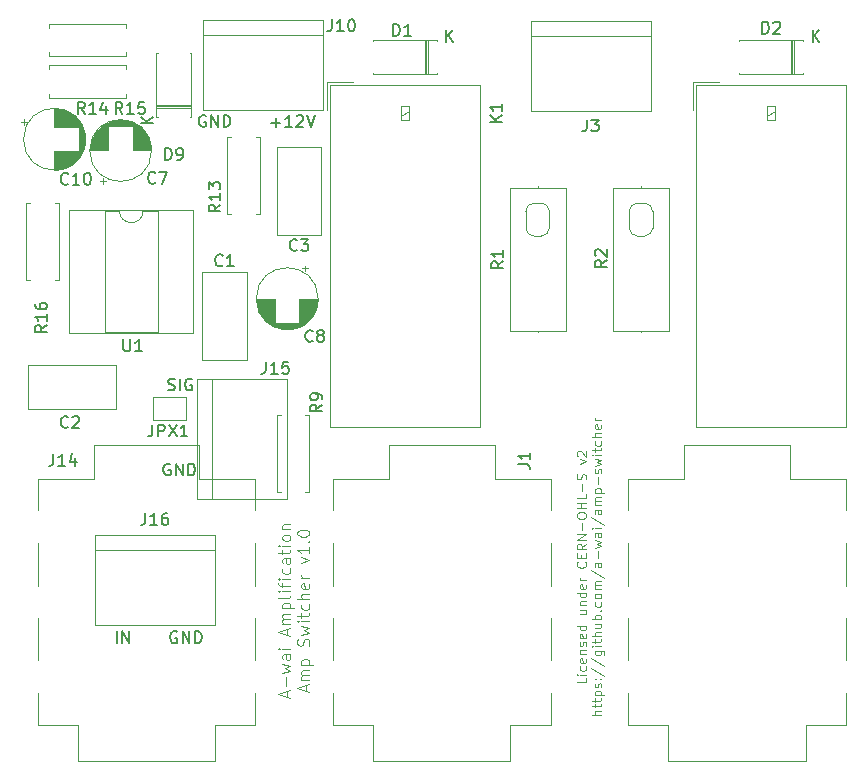
<source format=gto>
%TF.GenerationSoftware,KiCad,Pcbnew,9.0.0+dfsg-1*%
%TF.CreationDate,2025-03-17T16:09:55+01:00*%
%TF.ProjectId,relays-array-2,72656c61-7973-42d6-9172-7261792d322e,1.0*%
%TF.SameCoordinates,Original*%
%TF.FileFunction,Legend,Top*%
%TF.FilePolarity,Positive*%
%FSLAX46Y46*%
G04 Gerber Fmt 4.6, Leading zero omitted, Abs format (unit mm)*
G04 Created by KiCad (PCBNEW 9.0.0+dfsg-1) date 2025-03-17 16:09:55*
%MOMM*%
%LPD*%
G01*
G04 APERTURE LIST*
%ADD10C,0.200000*%
%ADD11C,0.100000*%
%ADD12C,0.150000*%
%ADD13C,0.120000*%
G04 APERTURE END LIST*
D10*
X48893482Y-104714838D02*
X48798244Y-104667219D01*
X48798244Y-104667219D02*
X48655387Y-104667219D01*
X48655387Y-104667219D02*
X48512530Y-104714838D01*
X48512530Y-104714838D02*
X48417292Y-104810076D01*
X48417292Y-104810076D02*
X48369673Y-104905314D01*
X48369673Y-104905314D02*
X48322054Y-105095790D01*
X48322054Y-105095790D02*
X48322054Y-105238647D01*
X48322054Y-105238647D02*
X48369673Y-105429123D01*
X48369673Y-105429123D02*
X48417292Y-105524361D01*
X48417292Y-105524361D02*
X48512530Y-105619600D01*
X48512530Y-105619600D02*
X48655387Y-105667219D01*
X48655387Y-105667219D02*
X48750625Y-105667219D01*
X48750625Y-105667219D02*
X48893482Y-105619600D01*
X48893482Y-105619600D02*
X48941101Y-105571980D01*
X48941101Y-105571980D02*
X48941101Y-105238647D01*
X48941101Y-105238647D02*
X48750625Y-105238647D01*
X49369673Y-105667219D02*
X49369673Y-104667219D01*
X49369673Y-104667219D02*
X49941101Y-105667219D01*
X49941101Y-105667219D02*
X49941101Y-104667219D01*
X50417292Y-105667219D02*
X50417292Y-104667219D01*
X50417292Y-104667219D02*
X50655387Y-104667219D01*
X50655387Y-104667219D02*
X50798244Y-104714838D01*
X50798244Y-104714838D02*
X50893482Y-104810076D01*
X50893482Y-104810076D02*
X50941101Y-104905314D01*
X50941101Y-104905314D02*
X50988720Y-105095790D01*
X50988720Y-105095790D02*
X50988720Y-105238647D01*
X50988720Y-105238647D02*
X50941101Y-105429123D01*
X50941101Y-105429123D02*
X50893482Y-105524361D01*
X50893482Y-105524361D02*
X50798244Y-105619600D01*
X50798244Y-105619600D02*
X50655387Y-105667219D01*
X50655387Y-105667219D02*
X50417292Y-105667219D01*
X51893482Y-75214838D02*
X51798244Y-75167219D01*
X51798244Y-75167219D02*
X51655387Y-75167219D01*
X51655387Y-75167219D02*
X51512530Y-75214838D01*
X51512530Y-75214838D02*
X51417292Y-75310076D01*
X51417292Y-75310076D02*
X51369673Y-75405314D01*
X51369673Y-75405314D02*
X51322054Y-75595790D01*
X51322054Y-75595790D02*
X51322054Y-75738647D01*
X51322054Y-75738647D02*
X51369673Y-75929123D01*
X51369673Y-75929123D02*
X51417292Y-76024361D01*
X51417292Y-76024361D02*
X51512530Y-76119600D01*
X51512530Y-76119600D02*
X51655387Y-76167219D01*
X51655387Y-76167219D02*
X51750625Y-76167219D01*
X51750625Y-76167219D02*
X51893482Y-76119600D01*
X51893482Y-76119600D02*
X51941101Y-76071980D01*
X51941101Y-76071980D02*
X51941101Y-75738647D01*
X51941101Y-75738647D02*
X51750625Y-75738647D01*
X52369673Y-76167219D02*
X52369673Y-75167219D01*
X52369673Y-75167219D02*
X52941101Y-76167219D01*
X52941101Y-76167219D02*
X52941101Y-75167219D01*
X53417292Y-76167219D02*
X53417292Y-75167219D01*
X53417292Y-75167219D02*
X53655387Y-75167219D01*
X53655387Y-75167219D02*
X53798244Y-75214838D01*
X53798244Y-75214838D02*
X53893482Y-75310076D01*
X53893482Y-75310076D02*
X53941101Y-75405314D01*
X53941101Y-75405314D02*
X53988720Y-75595790D01*
X53988720Y-75595790D02*
X53988720Y-75738647D01*
X53988720Y-75738647D02*
X53941101Y-75929123D01*
X53941101Y-75929123D02*
X53893482Y-76024361D01*
X53893482Y-76024361D02*
X53798244Y-76119600D01*
X53798244Y-76119600D02*
X53655387Y-76167219D01*
X53655387Y-76167219D02*
X53417292Y-76167219D01*
X57464912Y-75786266D02*
X58226817Y-75786266D01*
X57845864Y-76167219D02*
X57845864Y-75405314D01*
X59226816Y-76167219D02*
X58655388Y-76167219D01*
X58941102Y-76167219D02*
X58941102Y-75167219D01*
X58941102Y-75167219D02*
X58845864Y-75310076D01*
X58845864Y-75310076D02*
X58750626Y-75405314D01*
X58750626Y-75405314D02*
X58655388Y-75452933D01*
X59607769Y-75262457D02*
X59655388Y-75214838D01*
X59655388Y-75214838D02*
X59750626Y-75167219D01*
X59750626Y-75167219D02*
X59988721Y-75167219D01*
X59988721Y-75167219D02*
X60083959Y-75214838D01*
X60083959Y-75214838D02*
X60131578Y-75262457D01*
X60131578Y-75262457D02*
X60179197Y-75357695D01*
X60179197Y-75357695D02*
X60179197Y-75452933D01*
X60179197Y-75452933D02*
X60131578Y-75595790D01*
X60131578Y-75595790D02*
X59560150Y-76167219D01*
X59560150Y-76167219D02*
X60179197Y-76167219D01*
X60464912Y-75167219D02*
X60798245Y-76167219D01*
X60798245Y-76167219D02*
X61131578Y-75167219D01*
D11*
X84108940Y-122809524D02*
X84108940Y-123190476D01*
X84108940Y-123190476D02*
X83308940Y-123190476D01*
X84108940Y-122542857D02*
X83575606Y-122542857D01*
X83308940Y-122542857D02*
X83347035Y-122580953D01*
X83347035Y-122580953D02*
X83385130Y-122542857D01*
X83385130Y-122542857D02*
X83347035Y-122504762D01*
X83347035Y-122504762D02*
X83308940Y-122542857D01*
X83308940Y-122542857D02*
X83385130Y-122542857D01*
X84070845Y-121819048D02*
X84108940Y-121895239D01*
X84108940Y-121895239D02*
X84108940Y-122047620D01*
X84108940Y-122047620D02*
X84070845Y-122123810D01*
X84070845Y-122123810D02*
X84032749Y-122161905D01*
X84032749Y-122161905D02*
X83956559Y-122200001D01*
X83956559Y-122200001D02*
X83727987Y-122200001D01*
X83727987Y-122200001D02*
X83651797Y-122161905D01*
X83651797Y-122161905D02*
X83613702Y-122123810D01*
X83613702Y-122123810D02*
X83575606Y-122047620D01*
X83575606Y-122047620D02*
X83575606Y-121895239D01*
X83575606Y-121895239D02*
X83613702Y-121819048D01*
X84070845Y-121171429D02*
X84108940Y-121247620D01*
X84108940Y-121247620D02*
X84108940Y-121400001D01*
X84108940Y-121400001D02*
X84070845Y-121476191D01*
X84070845Y-121476191D02*
X83994654Y-121514287D01*
X83994654Y-121514287D02*
X83689892Y-121514287D01*
X83689892Y-121514287D02*
X83613702Y-121476191D01*
X83613702Y-121476191D02*
X83575606Y-121400001D01*
X83575606Y-121400001D02*
X83575606Y-121247620D01*
X83575606Y-121247620D02*
X83613702Y-121171429D01*
X83613702Y-121171429D02*
X83689892Y-121133334D01*
X83689892Y-121133334D02*
X83766083Y-121133334D01*
X83766083Y-121133334D02*
X83842273Y-121514287D01*
X83575606Y-120790477D02*
X84108940Y-120790477D01*
X83651797Y-120790477D02*
X83613702Y-120752382D01*
X83613702Y-120752382D02*
X83575606Y-120676192D01*
X83575606Y-120676192D02*
X83575606Y-120561906D01*
X83575606Y-120561906D02*
X83613702Y-120485715D01*
X83613702Y-120485715D02*
X83689892Y-120447620D01*
X83689892Y-120447620D02*
X84108940Y-120447620D01*
X84070845Y-120104763D02*
X84108940Y-120028572D01*
X84108940Y-120028572D02*
X84108940Y-119876191D01*
X84108940Y-119876191D02*
X84070845Y-119800001D01*
X84070845Y-119800001D02*
X83994654Y-119761905D01*
X83994654Y-119761905D02*
X83956559Y-119761905D01*
X83956559Y-119761905D02*
X83880368Y-119800001D01*
X83880368Y-119800001D02*
X83842273Y-119876191D01*
X83842273Y-119876191D02*
X83842273Y-119990477D01*
X83842273Y-119990477D02*
X83804178Y-120066667D01*
X83804178Y-120066667D02*
X83727987Y-120104763D01*
X83727987Y-120104763D02*
X83689892Y-120104763D01*
X83689892Y-120104763D02*
X83613702Y-120066667D01*
X83613702Y-120066667D02*
X83575606Y-119990477D01*
X83575606Y-119990477D02*
X83575606Y-119876191D01*
X83575606Y-119876191D02*
X83613702Y-119800001D01*
X84070845Y-119114286D02*
X84108940Y-119190477D01*
X84108940Y-119190477D02*
X84108940Y-119342858D01*
X84108940Y-119342858D02*
X84070845Y-119419048D01*
X84070845Y-119419048D02*
X83994654Y-119457144D01*
X83994654Y-119457144D02*
X83689892Y-119457144D01*
X83689892Y-119457144D02*
X83613702Y-119419048D01*
X83613702Y-119419048D02*
X83575606Y-119342858D01*
X83575606Y-119342858D02*
X83575606Y-119190477D01*
X83575606Y-119190477D02*
X83613702Y-119114286D01*
X83613702Y-119114286D02*
X83689892Y-119076191D01*
X83689892Y-119076191D02*
X83766083Y-119076191D01*
X83766083Y-119076191D02*
X83842273Y-119457144D01*
X84108940Y-118390477D02*
X83308940Y-118390477D01*
X84070845Y-118390477D02*
X84108940Y-118466668D01*
X84108940Y-118466668D02*
X84108940Y-118619049D01*
X84108940Y-118619049D02*
X84070845Y-118695239D01*
X84070845Y-118695239D02*
X84032749Y-118733334D01*
X84032749Y-118733334D02*
X83956559Y-118771430D01*
X83956559Y-118771430D02*
X83727987Y-118771430D01*
X83727987Y-118771430D02*
X83651797Y-118733334D01*
X83651797Y-118733334D02*
X83613702Y-118695239D01*
X83613702Y-118695239D02*
X83575606Y-118619049D01*
X83575606Y-118619049D02*
X83575606Y-118466668D01*
X83575606Y-118466668D02*
X83613702Y-118390477D01*
X83575606Y-117057143D02*
X84108940Y-117057143D01*
X83575606Y-117400000D02*
X83994654Y-117400000D01*
X83994654Y-117400000D02*
X84070845Y-117361905D01*
X84070845Y-117361905D02*
X84108940Y-117285715D01*
X84108940Y-117285715D02*
X84108940Y-117171429D01*
X84108940Y-117171429D02*
X84070845Y-117095238D01*
X84070845Y-117095238D02*
X84032749Y-117057143D01*
X83575606Y-116676190D02*
X84108940Y-116676190D01*
X83651797Y-116676190D02*
X83613702Y-116638095D01*
X83613702Y-116638095D02*
X83575606Y-116561905D01*
X83575606Y-116561905D02*
X83575606Y-116447619D01*
X83575606Y-116447619D02*
X83613702Y-116371428D01*
X83613702Y-116371428D02*
X83689892Y-116333333D01*
X83689892Y-116333333D02*
X84108940Y-116333333D01*
X84108940Y-115609523D02*
X83308940Y-115609523D01*
X84070845Y-115609523D02*
X84108940Y-115685714D01*
X84108940Y-115685714D02*
X84108940Y-115838095D01*
X84108940Y-115838095D02*
X84070845Y-115914285D01*
X84070845Y-115914285D02*
X84032749Y-115952380D01*
X84032749Y-115952380D02*
X83956559Y-115990476D01*
X83956559Y-115990476D02*
X83727987Y-115990476D01*
X83727987Y-115990476D02*
X83651797Y-115952380D01*
X83651797Y-115952380D02*
X83613702Y-115914285D01*
X83613702Y-115914285D02*
X83575606Y-115838095D01*
X83575606Y-115838095D02*
X83575606Y-115685714D01*
X83575606Y-115685714D02*
X83613702Y-115609523D01*
X84070845Y-114923808D02*
X84108940Y-114999999D01*
X84108940Y-114999999D02*
X84108940Y-115152380D01*
X84108940Y-115152380D02*
X84070845Y-115228570D01*
X84070845Y-115228570D02*
X83994654Y-115266666D01*
X83994654Y-115266666D02*
X83689892Y-115266666D01*
X83689892Y-115266666D02*
X83613702Y-115228570D01*
X83613702Y-115228570D02*
X83575606Y-115152380D01*
X83575606Y-115152380D02*
X83575606Y-114999999D01*
X83575606Y-114999999D02*
X83613702Y-114923808D01*
X83613702Y-114923808D02*
X83689892Y-114885713D01*
X83689892Y-114885713D02*
X83766083Y-114885713D01*
X83766083Y-114885713D02*
X83842273Y-115266666D01*
X84108940Y-114542856D02*
X83575606Y-114542856D01*
X83727987Y-114542856D02*
X83651797Y-114504761D01*
X83651797Y-114504761D02*
X83613702Y-114466666D01*
X83613702Y-114466666D02*
X83575606Y-114390475D01*
X83575606Y-114390475D02*
X83575606Y-114314285D01*
X84032749Y-112980951D02*
X84070845Y-113019047D01*
X84070845Y-113019047D02*
X84108940Y-113133332D01*
X84108940Y-113133332D02*
X84108940Y-113209523D01*
X84108940Y-113209523D02*
X84070845Y-113323809D01*
X84070845Y-113323809D02*
X83994654Y-113399999D01*
X83994654Y-113399999D02*
X83918464Y-113438094D01*
X83918464Y-113438094D02*
X83766083Y-113476190D01*
X83766083Y-113476190D02*
X83651797Y-113476190D01*
X83651797Y-113476190D02*
X83499416Y-113438094D01*
X83499416Y-113438094D02*
X83423225Y-113399999D01*
X83423225Y-113399999D02*
X83347035Y-113323809D01*
X83347035Y-113323809D02*
X83308940Y-113209523D01*
X83308940Y-113209523D02*
X83308940Y-113133332D01*
X83308940Y-113133332D02*
X83347035Y-113019047D01*
X83347035Y-113019047D02*
X83385130Y-112980951D01*
X83689892Y-112638094D02*
X83689892Y-112371428D01*
X84108940Y-112257142D02*
X84108940Y-112638094D01*
X84108940Y-112638094D02*
X83308940Y-112638094D01*
X83308940Y-112638094D02*
X83308940Y-112257142D01*
X84108940Y-111457141D02*
X83727987Y-111723808D01*
X84108940Y-111914284D02*
X83308940Y-111914284D01*
X83308940Y-111914284D02*
X83308940Y-111609522D01*
X83308940Y-111609522D02*
X83347035Y-111533332D01*
X83347035Y-111533332D02*
X83385130Y-111495237D01*
X83385130Y-111495237D02*
X83461321Y-111457141D01*
X83461321Y-111457141D02*
X83575606Y-111457141D01*
X83575606Y-111457141D02*
X83651797Y-111495237D01*
X83651797Y-111495237D02*
X83689892Y-111533332D01*
X83689892Y-111533332D02*
X83727987Y-111609522D01*
X83727987Y-111609522D02*
X83727987Y-111914284D01*
X84108940Y-111114284D02*
X83308940Y-111114284D01*
X83308940Y-111114284D02*
X84108940Y-110657141D01*
X84108940Y-110657141D02*
X83308940Y-110657141D01*
X83804178Y-110276189D02*
X83804178Y-109666666D01*
X83308940Y-109133332D02*
X83308940Y-108980951D01*
X83308940Y-108980951D02*
X83347035Y-108904761D01*
X83347035Y-108904761D02*
X83423225Y-108828570D01*
X83423225Y-108828570D02*
X83575606Y-108790475D01*
X83575606Y-108790475D02*
X83842273Y-108790475D01*
X83842273Y-108790475D02*
X83994654Y-108828570D01*
X83994654Y-108828570D02*
X84070845Y-108904761D01*
X84070845Y-108904761D02*
X84108940Y-108980951D01*
X84108940Y-108980951D02*
X84108940Y-109133332D01*
X84108940Y-109133332D02*
X84070845Y-109209523D01*
X84070845Y-109209523D02*
X83994654Y-109285713D01*
X83994654Y-109285713D02*
X83842273Y-109323809D01*
X83842273Y-109323809D02*
X83575606Y-109323809D01*
X83575606Y-109323809D02*
X83423225Y-109285713D01*
X83423225Y-109285713D02*
X83347035Y-109209523D01*
X83347035Y-109209523D02*
X83308940Y-109133332D01*
X84108940Y-108447618D02*
X83308940Y-108447618D01*
X83689892Y-108447618D02*
X83689892Y-107990475D01*
X84108940Y-107990475D02*
X83308940Y-107990475D01*
X84108940Y-107228571D02*
X84108940Y-107609523D01*
X84108940Y-107609523D02*
X83308940Y-107609523D01*
X83804178Y-106961904D02*
X83804178Y-106352381D01*
X84070845Y-106009524D02*
X84108940Y-105895238D01*
X84108940Y-105895238D02*
X84108940Y-105704762D01*
X84108940Y-105704762D02*
X84070845Y-105628571D01*
X84070845Y-105628571D02*
X84032749Y-105590476D01*
X84032749Y-105590476D02*
X83956559Y-105552381D01*
X83956559Y-105552381D02*
X83880368Y-105552381D01*
X83880368Y-105552381D02*
X83804178Y-105590476D01*
X83804178Y-105590476D02*
X83766083Y-105628571D01*
X83766083Y-105628571D02*
X83727987Y-105704762D01*
X83727987Y-105704762D02*
X83689892Y-105857143D01*
X83689892Y-105857143D02*
X83651797Y-105933333D01*
X83651797Y-105933333D02*
X83613702Y-105971428D01*
X83613702Y-105971428D02*
X83537511Y-106009524D01*
X83537511Y-106009524D02*
X83461321Y-106009524D01*
X83461321Y-106009524D02*
X83385130Y-105971428D01*
X83385130Y-105971428D02*
X83347035Y-105933333D01*
X83347035Y-105933333D02*
X83308940Y-105857143D01*
X83308940Y-105857143D02*
X83308940Y-105666666D01*
X83308940Y-105666666D02*
X83347035Y-105552381D01*
X83575606Y-104676190D02*
X84108940Y-104485714D01*
X84108940Y-104485714D02*
X83575606Y-104295237D01*
X83385130Y-104028571D02*
X83347035Y-103990475D01*
X83347035Y-103990475D02*
X83308940Y-103914285D01*
X83308940Y-103914285D02*
X83308940Y-103723809D01*
X83308940Y-103723809D02*
X83347035Y-103647618D01*
X83347035Y-103647618D02*
X83385130Y-103609523D01*
X83385130Y-103609523D02*
X83461321Y-103571428D01*
X83461321Y-103571428D02*
X83537511Y-103571428D01*
X83537511Y-103571428D02*
X83651797Y-103609523D01*
X83651797Y-103609523D02*
X84108940Y-104066666D01*
X84108940Y-104066666D02*
X84108940Y-103571428D01*
X85396895Y-125914286D02*
X84596895Y-125914286D01*
X85396895Y-125571429D02*
X84977847Y-125571429D01*
X84977847Y-125571429D02*
X84901657Y-125609524D01*
X84901657Y-125609524D02*
X84863561Y-125685715D01*
X84863561Y-125685715D02*
X84863561Y-125800001D01*
X84863561Y-125800001D02*
X84901657Y-125876191D01*
X84901657Y-125876191D02*
X84939752Y-125914286D01*
X84863561Y-125304762D02*
X84863561Y-125000000D01*
X84596895Y-125190476D02*
X85282609Y-125190476D01*
X85282609Y-125190476D02*
X85358800Y-125152381D01*
X85358800Y-125152381D02*
X85396895Y-125076191D01*
X85396895Y-125076191D02*
X85396895Y-125000000D01*
X84863561Y-124847619D02*
X84863561Y-124542857D01*
X84596895Y-124733333D02*
X85282609Y-124733333D01*
X85282609Y-124733333D02*
X85358800Y-124695238D01*
X85358800Y-124695238D02*
X85396895Y-124619048D01*
X85396895Y-124619048D02*
X85396895Y-124542857D01*
X84863561Y-124276190D02*
X85663561Y-124276190D01*
X84901657Y-124276190D02*
X84863561Y-124200000D01*
X84863561Y-124200000D02*
X84863561Y-124047619D01*
X84863561Y-124047619D02*
X84901657Y-123971428D01*
X84901657Y-123971428D02*
X84939752Y-123933333D01*
X84939752Y-123933333D02*
X85015942Y-123895238D01*
X85015942Y-123895238D02*
X85244514Y-123895238D01*
X85244514Y-123895238D02*
X85320704Y-123933333D01*
X85320704Y-123933333D02*
X85358800Y-123971428D01*
X85358800Y-123971428D02*
X85396895Y-124047619D01*
X85396895Y-124047619D02*
X85396895Y-124200000D01*
X85396895Y-124200000D02*
X85358800Y-124276190D01*
X85358800Y-123590476D02*
X85396895Y-123514285D01*
X85396895Y-123514285D02*
X85396895Y-123361904D01*
X85396895Y-123361904D02*
X85358800Y-123285714D01*
X85358800Y-123285714D02*
X85282609Y-123247618D01*
X85282609Y-123247618D02*
X85244514Y-123247618D01*
X85244514Y-123247618D02*
X85168323Y-123285714D01*
X85168323Y-123285714D02*
X85130228Y-123361904D01*
X85130228Y-123361904D02*
X85130228Y-123476190D01*
X85130228Y-123476190D02*
X85092133Y-123552380D01*
X85092133Y-123552380D02*
X85015942Y-123590476D01*
X85015942Y-123590476D02*
X84977847Y-123590476D01*
X84977847Y-123590476D02*
X84901657Y-123552380D01*
X84901657Y-123552380D02*
X84863561Y-123476190D01*
X84863561Y-123476190D02*
X84863561Y-123361904D01*
X84863561Y-123361904D02*
X84901657Y-123285714D01*
X85320704Y-122904761D02*
X85358800Y-122866666D01*
X85358800Y-122866666D02*
X85396895Y-122904761D01*
X85396895Y-122904761D02*
X85358800Y-122942857D01*
X85358800Y-122942857D02*
X85320704Y-122904761D01*
X85320704Y-122904761D02*
X85396895Y-122904761D01*
X84901657Y-122904761D02*
X84939752Y-122866666D01*
X84939752Y-122866666D02*
X84977847Y-122904761D01*
X84977847Y-122904761D02*
X84939752Y-122942857D01*
X84939752Y-122942857D02*
X84901657Y-122904761D01*
X84901657Y-122904761D02*
X84977847Y-122904761D01*
X84558800Y-121952381D02*
X85587371Y-122638095D01*
X84558800Y-121114286D02*
X85587371Y-121800000D01*
X84863561Y-120504762D02*
X85511180Y-120504762D01*
X85511180Y-120504762D02*
X85587371Y-120542857D01*
X85587371Y-120542857D02*
X85625466Y-120580953D01*
X85625466Y-120580953D02*
X85663561Y-120657143D01*
X85663561Y-120657143D02*
X85663561Y-120771429D01*
X85663561Y-120771429D02*
X85625466Y-120847619D01*
X85358800Y-120504762D02*
X85396895Y-120580953D01*
X85396895Y-120580953D02*
X85396895Y-120733334D01*
X85396895Y-120733334D02*
X85358800Y-120809524D01*
X85358800Y-120809524D02*
X85320704Y-120847619D01*
X85320704Y-120847619D02*
X85244514Y-120885715D01*
X85244514Y-120885715D02*
X85015942Y-120885715D01*
X85015942Y-120885715D02*
X84939752Y-120847619D01*
X84939752Y-120847619D02*
X84901657Y-120809524D01*
X84901657Y-120809524D02*
X84863561Y-120733334D01*
X84863561Y-120733334D02*
X84863561Y-120580953D01*
X84863561Y-120580953D02*
X84901657Y-120504762D01*
X85396895Y-120123809D02*
X84863561Y-120123809D01*
X84596895Y-120123809D02*
X84634990Y-120161905D01*
X84634990Y-120161905D02*
X84673085Y-120123809D01*
X84673085Y-120123809D02*
X84634990Y-120085714D01*
X84634990Y-120085714D02*
X84596895Y-120123809D01*
X84596895Y-120123809D02*
X84673085Y-120123809D01*
X84863561Y-119857143D02*
X84863561Y-119552381D01*
X84596895Y-119742857D02*
X85282609Y-119742857D01*
X85282609Y-119742857D02*
X85358800Y-119704762D01*
X85358800Y-119704762D02*
X85396895Y-119628572D01*
X85396895Y-119628572D02*
X85396895Y-119552381D01*
X85396895Y-119285714D02*
X84596895Y-119285714D01*
X85396895Y-118942857D02*
X84977847Y-118942857D01*
X84977847Y-118942857D02*
X84901657Y-118980952D01*
X84901657Y-118980952D02*
X84863561Y-119057143D01*
X84863561Y-119057143D02*
X84863561Y-119171429D01*
X84863561Y-119171429D02*
X84901657Y-119247619D01*
X84901657Y-119247619D02*
X84939752Y-119285714D01*
X84863561Y-118219047D02*
X85396895Y-118219047D01*
X84863561Y-118561904D02*
X85282609Y-118561904D01*
X85282609Y-118561904D02*
X85358800Y-118523809D01*
X85358800Y-118523809D02*
X85396895Y-118447619D01*
X85396895Y-118447619D02*
X85396895Y-118333333D01*
X85396895Y-118333333D02*
X85358800Y-118257142D01*
X85358800Y-118257142D02*
X85320704Y-118219047D01*
X85396895Y-117838094D02*
X84596895Y-117838094D01*
X84901657Y-117838094D02*
X84863561Y-117761904D01*
X84863561Y-117761904D02*
X84863561Y-117609523D01*
X84863561Y-117609523D02*
X84901657Y-117533332D01*
X84901657Y-117533332D02*
X84939752Y-117495237D01*
X84939752Y-117495237D02*
X85015942Y-117457142D01*
X85015942Y-117457142D02*
X85244514Y-117457142D01*
X85244514Y-117457142D02*
X85320704Y-117495237D01*
X85320704Y-117495237D02*
X85358800Y-117533332D01*
X85358800Y-117533332D02*
X85396895Y-117609523D01*
X85396895Y-117609523D02*
X85396895Y-117761904D01*
X85396895Y-117761904D02*
X85358800Y-117838094D01*
X85320704Y-117114284D02*
X85358800Y-117076189D01*
X85358800Y-117076189D02*
X85396895Y-117114284D01*
X85396895Y-117114284D02*
X85358800Y-117152380D01*
X85358800Y-117152380D02*
X85320704Y-117114284D01*
X85320704Y-117114284D02*
X85396895Y-117114284D01*
X85358800Y-116390475D02*
X85396895Y-116466666D01*
X85396895Y-116466666D02*
X85396895Y-116619047D01*
X85396895Y-116619047D02*
X85358800Y-116695237D01*
X85358800Y-116695237D02*
X85320704Y-116733332D01*
X85320704Y-116733332D02*
X85244514Y-116771428D01*
X85244514Y-116771428D02*
X85015942Y-116771428D01*
X85015942Y-116771428D02*
X84939752Y-116733332D01*
X84939752Y-116733332D02*
X84901657Y-116695237D01*
X84901657Y-116695237D02*
X84863561Y-116619047D01*
X84863561Y-116619047D02*
X84863561Y-116466666D01*
X84863561Y-116466666D02*
X84901657Y-116390475D01*
X85396895Y-115933333D02*
X85358800Y-116009523D01*
X85358800Y-116009523D02*
X85320704Y-116047618D01*
X85320704Y-116047618D02*
X85244514Y-116085714D01*
X85244514Y-116085714D02*
X85015942Y-116085714D01*
X85015942Y-116085714D02*
X84939752Y-116047618D01*
X84939752Y-116047618D02*
X84901657Y-116009523D01*
X84901657Y-116009523D02*
X84863561Y-115933333D01*
X84863561Y-115933333D02*
X84863561Y-115819047D01*
X84863561Y-115819047D02*
X84901657Y-115742856D01*
X84901657Y-115742856D02*
X84939752Y-115704761D01*
X84939752Y-115704761D02*
X85015942Y-115666666D01*
X85015942Y-115666666D02*
X85244514Y-115666666D01*
X85244514Y-115666666D02*
X85320704Y-115704761D01*
X85320704Y-115704761D02*
X85358800Y-115742856D01*
X85358800Y-115742856D02*
X85396895Y-115819047D01*
X85396895Y-115819047D02*
X85396895Y-115933333D01*
X85396895Y-115323808D02*
X84863561Y-115323808D01*
X84939752Y-115323808D02*
X84901657Y-115285713D01*
X84901657Y-115285713D02*
X84863561Y-115209523D01*
X84863561Y-115209523D02*
X84863561Y-115095237D01*
X84863561Y-115095237D02*
X84901657Y-115019046D01*
X84901657Y-115019046D02*
X84977847Y-114980951D01*
X84977847Y-114980951D02*
X85396895Y-114980951D01*
X84977847Y-114980951D02*
X84901657Y-114942856D01*
X84901657Y-114942856D02*
X84863561Y-114866665D01*
X84863561Y-114866665D02*
X84863561Y-114752380D01*
X84863561Y-114752380D02*
X84901657Y-114676189D01*
X84901657Y-114676189D02*
X84977847Y-114638094D01*
X84977847Y-114638094D02*
X85396895Y-114638094D01*
X84558800Y-113685713D02*
X85587371Y-114371427D01*
X85396895Y-113076189D02*
X84977847Y-113076189D01*
X84977847Y-113076189D02*
X84901657Y-113114284D01*
X84901657Y-113114284D02*
X84863561Y-113190475D01*
X84863561Y-113190475D02*
X84863561Y-113342856D01*
X84863561Y-113342856D02*
X84901657Y-113419046D01*
X85358800Y-113076189D02*
X85396895Y-113152380D01*
X85396895Y-113152380D02*
X85396895Y-113342856D01*
X85396895Y-113342856D02*
X85358800Y-113419046D01*
X85358800Y-113419046D02*
X85282609Y-113457142D01*
X85282609Y-113457142D02*
X85206419Y-113457142D01*
X85206419Y-113457142D02*
X85130228Y-113419046D01*
X85130228Y-113419046D02*
X85092133Y-113342856D01*
X85092133Y-113342856D02*
X85092133Y-113152380D01*
X85092133Y-113152380D02*
X85054038Y-113076189D01*
X85092133Y-112695236D02*
X85092133Y-112085713D01*
X84863561Y-111780951D02*
X85396895Y-111628570D01*
X85396895Y-111628570D02*
X85015942Y-111476189D01*
X85015942Y-111476189D02*
X85396895Y-111323808D01*
X85396895Y-111323808D02*
X84863561Y-111171427D01*
X85396895Y-110523808D02*
X84977847Y-110523808D01*
X84977847Y-110523808D02*
X84901657Y-110561903D01*
X84901657Y-110561903D02*
X84863561Y-110638094D01*
X84863561Y-110638094D02*
X84863561Y-110790475D01*
X84863561Y-110790475D02*
X84901657Y-110866665D01*
X85358800Y-110523808D02*
X85396895Y-110599999D01*
X85396895Y-110599999D02*
X85396895Y-110790475D01*
X85396895Y-110790475D02*
X85358800Y-110866665D01*
X85358800Y-110866665D02*
X85282609Y-110904761D01*
X85282609Y-110904761D02*
X85206419Y-110904761D01*
X85206419Y-110904761D02*
X85130228Y-110866665D01*
X85130228Y-110866665D02*
X85092133Y-110790475D01*
X85092133Y-110790475D02*
X85092133Y-110599999D01*
X85092133Y-110599999D02*
X85054038Y-110523808D01*
X85396895Y-110142855D02*
X84863561Y-110142855D01*
X84596895Y-110142855D02*
X84634990Y-110180951D01*
X84634990Y-110180951D02*
X84673085Y-110142855D01*
X84673085Y-110142855D02*
X84634990Y-110104760D01*
X84634990Y-110104760D02*
X84596895Y-110142855D01*
X84596895Y-110142855D02*
X84673085Y-110142855D01*
X84558800Y-109190475D02*
X85587371Y-109876189D01*
X85396895Y-108580951D02*
X84977847Y-108580951D01*
X84977847Y-108580951D02*
X84901657Y-108619046D01*
X84901657Y-108619046D02*
X84863561Y-108695237D01*
X84863561Y-108695237D02*
X84863561Y-108847618D01*
X84863561Y-108847618D02*
X84901657Y-108923808D01*
X85358800Y-108580951D02*
X85396895Y-108657142D01*
X85396895Y-108657142D02*
X85396895Y-108847618D01*
X85396895Y-108847618D02*
X85358800Y-108923808D01*
X85358800Y-108923808D02*
X85282609Y-108961904D01*
X85282609Y-108961904D02*
X85206419Y-108961904D01*
X85206419Y-108961904D02*
X85130228Y-108923808D01*
X85130228Y-108923808D02*
X85092133Y-108847618D01*
X85092133Y-108847618D02*
X85092133Y-108657142D01*
X85092133Y-108657142D02*
X85054038Y-108580951D01*
X85396895Y-108199998D02*
X84863561Y-108199998D01*
X84939752Y-108199998D02*
X84901657Y-108161903D01*
X84901657Y-108161903D02*
X84863561Y-108085713D01*
X84863561Y-108085713D02*
X84863561Y-107971427D01*
X84863561Y-107971427D02*
X84901657Y-107895236D01*
X84901657Y-107895236D02*
X84977847Y-107857141D01*
X84977847Y-107857141D02*
X85396895Y-107857141D01*
X84977847Y-107857141D02*
X84901657Y-107819046D01*
X84901657Y-107819046D02*
X84863561Y-107742855D01*
X84863561Y-107742855D02*
X84863561Y-107628570D01*
X84863561Y-107628570D02*
X84901657Y-107552379D01*
X84901657Y-107552379D02*
X84977847Y-107514284D01*
X84977847Y-107514284D02*
X85396895Y-107514284D01*
X84863561Y-107133331D02*
X85663561Y-107133331D01*
X84901657Y-107133331D02*
X84863561Y-107057141D01*
X84863561Y-107057141D02*
X84863561Y-106904760D01*
X84863561Y-106904760D02*
X84901657Y-106828569D01*
X84901657Y-106828569D02*
X84939752Y-106790474D01*
X84939752Y-106790474D02*
X85015942Y-106752379D01*
X85015942Y-106752379D02*
X85244514Y-106752379D01*
X85244514Y-106752379D02*
X85320704Y-106790474D01*
X85320704Y-106790474D02*
X85358800Y-106828569D01*
X85358800Y-106828569D02*
X85396895Y-106904760D01*
X85396895Y-106904760D02*
X85396895Y-107057141D01*
X85396895Y-107057141D02*
X85358800Y-107133331D01*
X85092133Y-106409521D02*
X85092133Y-105799998D01*
X85358800Y-105457141D02*
X85396895Y-105380950D01*
X85396895Y-105380950D02*
X85396895Y-105228569D01*
X85396895Y-105228569D02*
X85358800Y-105152379D01*
X85358800Y-105152379D02*
X85282609Y-105114283D01*
X85282609Y-105114283D02*
X85244514Y-105114283D01*
X85244514Y-105114283D02*
X85168323Y-105152379D01*
X85168323Y-105152379D02*
X85130228Y-105228569D01*
X85130228Y-105228569D02*
X85130228Y-105342855D01*
X85130228Y-105342855D02*
X85092133Y-105419045D01*
X85092133Y-105419045D02*
X85015942Y-105457141D01*
X85015942Y-105457141D02*
X84977847Y-105457141D01*
X84977847Y-105457141D02*
X84901657Y-105419045D01*
X84901657Y-105419045D02*
X84863561Y-105342855D01*
X84863561Y-105342855D02*
X84863561Y-105228569D01*
X84863561Y-105228569D02*
X84901657Y-105152379D01*
X84863561Y-104847617D02*
X85396895Y-104695236D01*
X85396895Y-104695236D02*
X85015942Y-104542855D01*
X85015942Y-104542855D02*
X85396895Y-104390474D01*
X85396895Y-104390474D02*
X84863561Y-104238093D01*
X85396895Y-103933331D02*
X84863561Y-103933331D01*
X84596895Y-103933331D02*
X84634990Y-103971427D01*
X84634990Y-103971427D02*
X84673085Y-103933331D01*
X84673085Y-103933331D02*
X84634990Y-103895236D01*
X84634990Y-103895236D02*
X84596895Y-103933331D01*
X84596895Y-103933331D02*
X84673085Y-103933331D01*
X84863561Y-103666665D02*
X84863561Y-103361903D01*
X84596895Y-103552379D02*
X85282609Y-103552379D01*
X85282609Y-103552379D02*
X85358800Y-103514284D01*
X85358800Y-103514284D02*
X85396895Y-103438094D01*
X85396895Y-103438094D02*
X85396895Y-103361903D01*
X85358800Y-102752379D02*
X85396895Y-102828570D01*
X85396895Y-102828570D02*
X85396895Y-102980951D01*
X85396895Y-102980951D02*
X85358800Y-103057141D01*
X85358800Y-103057141D02*
X85320704Y-103095236D01*
X85320704Y-103095236D02*
X85244514Y-103133332D01*
X85244514Y-103133332D02*
X85015942Y-103133332D01*
X85015942Y-103133332D02*
X84939752Y-103095236D01*
X84939752Y-103095236D02*
X84901657Y-103057141D01*
X84901657Y-103057141D02*
X84863561Y-102980951D01*
X84863561Y-102980951D02*
X84863561Y-102828570D01*
X84863561Y-102828570D02*
X84901657Y-102752379D01*
X85396895Y-102409522D02*
X84596895Y-102409522D01*
X85396895Y-102066665D02*
X84977847Y-102066665D01*
X84977847Y-102066665D02*
X84901657Y-102104760D01*
X84901657Y-102104760D02*
X84863561Y-102180951D01*
X84863561Y-102180951D02*
X84863561Y-102295237D01*
X84863561Y-102295237D02*
X84901657Y-102371427D01*
X84901657Y-102371427D02*
X84939752Y-102409522D01*
X85358800Y-101380950D02*
X85396895Y-101457141D01*
X85396895Y-101457141D02*
X85396895Y-101609522D01*
X85396895Y-101609522D02*
X85358800Y-101685712D01*
X85358800Y-101685712D02*
X85282609Y-101723808D01*
X85282609Y-101723808D02*
X84977847Y-101723808D01*
X84977847Y-101723808D02*
X84901657Y-101685712D01*
X84901657Y-101685712D02*
X84863561Y-101609522D01*
X84863561Y-101609522D02*
X84863561Y-101457141D01*
X84863561Y-101457141D02*
X84901657Y-101380950D01*
X84901657Y-101380950D02*
X84977847Y-101342855D01*
X84977847Y-101342855D02*
X85054038Y-101342855D01*
X85054038Y-101342855D02*
X85130228Y-101723808D01*
X85396895Y-100999998D02*
X84863561Y-100999998D01*
X85015942Y-100999998D02*
X84939752Y-100961903D01*
X84939752Y-100961903D02*
X84901657Y-100923808D01*
X84901657Y-100923808D02*
X84863561Y-100847617D01*
X84863561Y-100847617D02*
X84863561Y-100771427D01*
D10*
X44369673Y-119867219D02*
X44369673Y-118867219D01*
X44845863Y-119867219D02*
X44845863Y-118867219D01*
X44845863Y-118867219D02*
X45417291Y-119867219D01*
X45417291Y-119867219D02*
X45417291Y-118867219D01*
X49464911Y-118914838D02*
X49369673Y-118867219D01*
X49369673Y-118867219D02*
X49226816Y-118867219D01*
X49226816Y-118867219D02*
X49083959Y-118914838D01*
X49083959Y-118914838D02*
X48988721Y-119010076D01*
X48988721Y-119010076D02*
X48941102Y-119105314D01*
X48941102Y-119105314D02*
X48893483Y-119295790D01*
X48893483Y-119295790D02*
X48893483Y-119438647D01*
X48893483Y-119438647D02*
X48941102Y-119629123D01*
X48941102Y-119629123D02*
X48988721Y-119724361D01*
X48988721Y-119724361D02*
X49083959Y-119819600D01*
X49083959Y-119819600D02*
X49226816Y-119867219D01*
X49226816Y-119867219D02*
X49322054Y-119867219D01*
X49322054Y-119867219D02*
X49464911Y-119819600D01*
X49464911Y-119819600D02*
X49512530Y-119771980D01*
X49512530Y-119771980D02*
X49512530Y-119438647D01*
X49512530Y-119438647D02*
X49322054Y-119438647D01*
X49941102Y-119867219D02*
X49941102Y-118867219D01*
X49941102Y-118867219D02*
X50512530Y-119867219D01*
X50512530Y-119867219D02*
X50512530Y-118867219D01*
X50988721Y-119867219D02*
X50988721Y-118867219D01*
X50988721Y-118867219D02*
X51226816Y-118867219D01*
X51226816Y-118867219D02*
X51369673Y-118914838D01*
X51369673Y-118914838D02*
X51464911Y-119010076D01*
X51464911Y-119010076D02*
X51512530Y-119105314D01*
X51512530Y-119105314D02*
X51560149Y-119295790D01*
X51560149Y-119295790D02*
X51560149Y-119438647D01*
X51560149Y-119438647D02*
X51512530Y-119629123D01*
X51512530Y-119629123D02*
X51464911Y-119724361D01*
X51464911Y-119724361D02*
X51369673Y-119819600D01*
X51369673Y-119819600D02*
X51226816Y-119867219D01*
X51226816Y-119867219D02*
X50988721Y-119867219D01*
D11*
X58776760Y-124433332D02*
X58776760Y-123957142D01*
X59062475Y-124528570D02*
X58062475Y-124195237D01*
X58062475Y-124195237D02*
X59062475Y-123861904D01*
X58681522Y-123528570D02*
X58681522Y-122766666D01*
X58395808Y-122385713D02*
X59062475Y-122195237D01*
X59062475Y-122195237D02*
X58586284Y-122004761D01*
X58586284Y-122004761D02*
X59062475Y-121814285D01*
X59062475Y-121814285D02*
X58395808Y-121623809D01*
X59062475Y-120814285D02*
X58538665Y-120814285D01*
X58538665Y-120814285D02*
X58443427Y-120861904D01*
X58443427Y-120861904D02*
X58395808Y-120957142D01*
X58395808Y-120957142D02*
X58395808Y-121147618D01*
X58395808Y-121147618D02*
X58443427Y-121242856D01*
X59014856Y-120814285D02*
X59062475Y-120909523D01*
X59062475Y-120909523D02*
X59062475Y-121147618D01*
X59062475Y-121147618D02*
X59014856Y-121242856D01*
X59014856Y-121242856D02*
X58919617Y-121290475D01*
X58919617Y-121290475D02*
X58824379Y-121290475D01*
X58824379Y-121290475D02*
X58729141Y-121242856D01*
X58729141Y-121242856D02*
X58681522Y-121147618D01*
X58681522Y-121147618D02*
X58681522Y-120909523D01*
X58681522Y-120909523D02*
X58633903Y-120814285D01*
X59062475Y-120338094D02*
X58395808Y-120338094D01*
X58062475Y-120338094D02*
X58110094Y-120385713D01*
X58110094Y-120385713D02*
X58157713Y-120338094D01*
X58157713Y-120338094D02*
X58110094Y-120290475D01*
X58110094Y-120290475D02*
X58062475Y-120338094D01*
X58062475Y-120338094D02*
X58157713Y-120338094D01*
X58776760Y-119147618D02*
X58776760Y-118671428D01*
X59062475Y-119242856D02*
X58062475Y-118909523D01*
X58062475Y-118909523D02*
X59062475Y-118576190D01*
X59062475Y-118242856D02*
X58395808Y-118242856D01*
X58491046Y-118242856D02*
X58443427Y-118195237D01*
X58443427Y-118195237D02*
X58395808Y-118099999D01*
X58395808Y-118099999D02*
X58395808Y-117957142D01*
X58395808Y-117957142D02*
X58443427Y-117861904D01*
X58443427Y-117861904D02*
X58538665Y-117814285D01*
X58538665Y-117814285D02*
X59062475Y-117814285D01*
X58538665Y-117814285D02*
X58443427Y-117766666D01*
X58443427Y-117766666D02*
X58395808Y-117671428D01*
X58395808Y-117671428D02*
X58395808Y-117528571D01*
X58395808Y-117528571D02*
X58443427Y-117433332D01*
X58443427Y-117433332D02*
X58538665Y-117385713D01*
X58538665Y-117385713D02*
X59062475Y-117385713D01*
X58395808Y-116909523D02*
X59395808Y-116909523D01*
X58443427Y-116909523D02*
X58395808Y-116814285D01*
X58395808Y-116814285D02*
X58395808Y-116623809D01*
X58395808Y-116623809D02*
X58443427Y-116528571D01*
X58443427Y-116528571D02*
X58491046Y-116480952D01*
X58491046Y-116480952D02*
X58586284Y-116433333D01*
X58586284Y-116433333D02*
X58871998Y-116433333D01*
X58871998Y-116433333D02*
X58967236Y-116480952D01*
X58967236Y-116480952D02*
X59014856Y-116528571D01*
X59014856Y-116528571D02*
X59062475Y-116623809D01*
X59062475Y-116623809D02*
X59062475Y-116814285D01*
X59062475Y-116814285D02*
X59014856Y-116909523D01*
X59062475Y-115861904D02*
X59014856Y-115957142D01*
X59014856Y-115957142D02*
X58919617Y-116004761D01*
X58919617Y-116004761D02*
X58062475Y-116004761D01*
X59062475Y-115480951D02*
X58395808Y-115480951D01*
X58062475Y-115480951D02*
X58110094Y-115528570D01*
X58110094Y-115528570D02*
X58157713Y-115480951D01*
X58157713Y-115480951D02*
X58110094Y-115433332D01*
X58110094Y-115433332D02*
X58062475Y-115480951D01*
X58062475Y-115480951D02*
X58157713Y-115480951D01*
X58395808Y-115147618D02*
X58395808Y-114766666D01*
X59062475Y-115004761D02*
X58205332Y-115004761D01*
X58205332Y-115004761D02*
X58110094Y-114957142D01*
X58110094Y-114957142D02*
X58062475Y-114861904D01*
X58062475Y-114861904D02*
X58062475Y-114766666D01*
X59062475Y-114433332D02*
X58395808Y-114433332D01*
X58062475Y-114433332D02*
X58110094Y-114480951D01*
X58110094Y-114480951D02*
X58157713Y-114433332D01*
X58157713Y-114433332D02*
X58110094Y-114385713D01*
X58110094Y-114385713D02*
X58062475Y-114433332D01*
X58062475Y-114433332D02*
X58157713Y-114433332D01*
X59014856Y-113528571D02*
X59062475Y-113623809D01*
X59062475Y-113623809D02*
X59062475Y-113814285D01*
X59062475Y-113814285D02*
X59014856Y-113909523D01*
X59014856Y-113909523D02*
X58967236Y-113957142D01*
X58967236Y-113957142D02*
X58871998Y-114004761D01*
X58871998Y-114004761D02*
X58586284Y-114004761D01*
X58586284Y-114004761D02*
X58491046Y-113957142D01*
X58491046Y-113957142D02*
X58443427Y-113909523D01*
X58443427Y-113909523D02*
X58395808Y-113814285D01*
X58395808Y-113814285D02*
X58395808Y-113623809D01*
X58395808Y-113623809D02*
X58443427Y-113528571D01*
X59062475Y-112671428D02*
X58538665Y-112671428D01*
X58538665Y-112671428D02*
X58443427Y-112719047D01*
X58443427Y-112719047D02*
X58395808Y-112814285D01*
X58395808Y-112814285D02*
X58395808Y-113004761D01*
X58395808Y-113004761D02*
X58443427Y-113099999D01*
X59014856Y-112671428D02*
X59062475Y-112766666D01*
X59062475Y-112766666D02*
X59062475Y-113004761D01*
X59062475Y-113004761D02*
X59014856Y-113099999D01*
X59014856Y-113099999D02*
X58919617Y-113147618D01*
X58919617Y-113147618D02*
X58824379Y-113147618D01*
X58824379Y-113147618D02*
X58729141Y-113099999D01*
X58729141Y-113099999D02*
X58681522Y-113004761D01*
X58681522Y-113004761D02*
X58681522Y-112766666D01*
X58681522Y-112766666D02*
X58633903Y-112671428D01*
X58395808Y-112338094D02*
X58395808Y-111957142D01*
X58062475Y-112195237D02*
X58919617Y-112195237D01*
X58919617Y-112195237D02*
X59014856Y-112147618D01*
X59014856Y-112147618D02*
X59062475Y-112052380D01*
X59062475Y-112052380D02*
X59062475Y-111957142D01*
X59062475Y-111623808D02*
X58395808Y-111623808D01*
X58062475Y-111623808D02*
X58110094Y-111671427D01*
X58110094Y-111671427D02*
X58157713Y-111623808D01*
X58157713Y-111623808D02*
X58110094Y-111576189D01*
X58110094Y-111576189D02*
X58062475Y-111623808D01*
X58062475Y-111623808D02*
X58157713Y-111623808D01*
X59062475Y-111004761D02*
X59014856Y-111099999D01*
X59014856Y-111099999D02*
X58967236Y-111147618D01*
X58967236Y-111147618D02*
X58871998Y-111195237D01*
X58871998Y-111195237D02*
X58586284Y-111195237D01*
X58586284Y-111195237D02*
X58491046Y-111147618D01*
X58491046Y-111147618D02*
X58443427Y-111099999D01*
X58443427Y-111099999D02*
X58395808Y-111004761D01*
X58395808Y-111004761D02*
X58395808Y-110861904D01*
X58395808Y-110861904D02*
X58443427Y-110766666D01*
X58443427Y-110766666D02*
X58491046Y-110719047D01*
X58491046Y-110719047D02*
X58586284Y-110671428D01*
X58586284Y-110671428D02*
X58871998Y-110671428D01*
X58871998Y-110671428D02*
X58967236Y-110719047D01*
X58967236Y-110719047D02*
X59014856Y-110766666D01*
X59014856Y-110766666D02*
X59062475Y-110861904D01*
X59062475Y-110861904D02*
X59062475Y-111004761D01*
X58395808Y-110242856D02*
X59062475Y-110242856D01*
X58491046Y-110242856D02*
X58443427Y-110195237D01*
X58443427Y-110195237D02*
X58395808Y-110099999D01*
X58395808Y-110099999D02*
X58395808Y-109957142D01*
X58395808Y-109957142D02*
X58443427Y-109861904D01*
X58443427Y-109861904D02*
X58538665Y-109814285D01*
X58538665Y-109814285D02*
X59062475Y-109814285D01*
X60386704Y-123933333D02*
X60386704Y-123457143D01*
X60672419Y-124028571D02*
X59672419Y-123695238D01*
X59672419Y-123695238D02*
X60672419Y-123361905D01*
X60672419Y-123028571D02*
X60005752Y-123028571D01*
X60100990Y-123028571D02*
X60053371Y-122980952D01*
X60053371Y-122980952D02*
X60005752Y-122885714D01*
X60005752Y-122885714D02*
X60005752Y-122742857D01*
X60005752Y-122742857D02*
X60053371Y-122647619D01*
X60053371Y-122647619D02*
X60148609Y-122600000D01*
X60148609Y-122600000D02*
X60672419Y-122600000D01*
X60148609Y-122600000D02*
X60053371Y-122552381D01*
X60053371Y-122552381D02*
X60005752Y-122457143D01*
X60005752Y-122457143D02*
X60005752Y-122314286D01*
X60005752Y-122314286D02*
X60053371Y-122219047D01*
X60053371Y-122219047D02*
X60148609Y-122171428D01*
X60148609Y-122171428D02*
X60672419Y-122171428D01*
X60005752Y-121695238D02*
X61005752Y-121695238D01*
X60053371Y-121695238D02*
X60005752Y-121600000D01*
X60005752Y-121600000D02*
X60005752Y-121409524D01*
X60005752Y-121409524D02*
X60053371Y-121314286D01*
X60053371Y-121314286D02*
X60100990Y-121266667D01*
X60100990Y-121266667D02*
X60196228Y-121219048D01*
X60196228Y-121219048D02*
X60481942Y-121219048D01*
X60481942Y-121219048D02*
X60577180Y-121266667D01*
X60577180Y-121266667D02*
X60624800Y-121314286D01*
X60624800Y-121314286D02*
X60672419Y-121409524D01*
X60672419Y-121409524D02*
X60672419Y-121600000D01*
X60672419Y-121600000D02*
X60624800Y-121695238D01*
X60624800Y-120076190D02*
X60672419Y-119933333D01*
X60672419Y-119933333D02*
X60672419Y-119695238D01*
X60672419Y-119695238D02*
X60624800Y-119600000D01*
X60624800Y-119600000D02*
X60577180Y-119552381D01*
X60577180Y-119552381D02*
X60481942Y-119504762D01*
X60481942Y-119504762D02*
X60386704Y-119504762D01*
X60386704Y-119504762D02*
X60291466Y-119552381D01*
X60291466Y-119552381D02*
X60243847Y-119600000D01*
X60243847Y-119600000D02*
X60196228Y-119695238D01*
X60196228Y-119695238D02*
X60148609Y-119885714D01*
X60148609Y-119885714D02*
X60100990Y-119980952D01*
X60100990Y-119980952D02*
X60053371Y-120028571D01*
X60053371Y-120028571D02*
X59958133Y-120076190D01*
X59958133Y-120076190D02*
X59862895Y-120076190D01*
X59862895Y-120076190D02*
X59767657Y-120028571D01*
X59767657Y-120028571D02*
X59720038Y-119980952D01*
X59720038Y-119980952D02*
X59672419Y-119885714D01*
X59672419Y-119885714D02*
X59672419Y-119647619D01*
X59672419Y-119647619D02*
X59720038Y-119504762D01*
X60005752Y-119171428D02*
X60672419Y-118980952D01*
X60672419Y-118980952D02*
X60196228Y-118790476D01*
X60196228Y-118790476D02*
X60672419Y-118600000D01*
X60672419Y-118600000D02*
X60005752Y-118409524D01*
X60672419Y-118028571D02*
X60005752Y-118028571D01*
X59672419Y-118028571D02*
X59720038Y-118076190D01*
X59720038Y-118076190D02*
X59767657Y-118028571D01*
X59767657Y-118028571D02*
X59720038Y-117980952D01*
X59720038Y-117980952D02*
X59672419Y-118028571D01*
X59672419Y-118028571D02*
X59767657Y-118028571D01*
X60005752Y-117695238D02*
X60005752Y-117314286D01*
X59672419Y-117552381D02*
X60529561Y-117552381D01*
X60529561Y-117552381D02*
X60624800Y-117504762D01*
X60624800Y-117504762D02*
X60672419Y-117409524D01*
X60672419Y-117409524D02*
X60672419Y-117314286D01*
X60624800Y-116552381D02*
X60672419Y-116647619D01*
X60672419Y-116647619D02*
X60672419Y-116838095D01*
X60672419Y-116838095D02*
X60624800Y-116933333D01*
X60624800Y-116933333D02*
X60577180Y-116980952D01*
X60577180Y-116980952D02*
X60481942Y-117028571D01*
X60481942Y-117028571D02*
X60196228Y-117028571D01*
X60196228Y-117028571D02*
X60100990Y-116980952D01*
X60100990Y-116980952D02*
X60053371Y-116933333D01*
X60053371Y-116933333D02*
X60005752Y-116838095D01*
X60005752Y-116838095D02*
X60005752Y-116647619D01*
X60005752Y-116647619D02*
X60053371Y-116552381D01*
X60672419Y-116123809D02*
X59672419Y-116123809D01*
X60672419Y-115695238D02*
X60148609Y-115695238D01*
X60148609Y-115695238D02*
X60053371Y-115742857D01*
X60053371Y-115742857D02*
X60005752Y-115838095D01*
X60005752Y-115838095D02*
X60005752Y-115980952D01*
X60005752Y-115980952D02*
X60053371Y-116076190D01*
X60053371Y-116076190D02*
X60100990Y-116123809D01*
X60624800Y-114838095D02*
X60672419Y-114933333D01*
X60672419Y-114933333D02*
X60672419Y-115123809D01*
X60672419Y-115123809D02*
X60624800Y-115219047D01*
X60624800Y-115219047D02*
X60529561Y-115266666D01*
X60529561Y-115266666D02*
X60148609Y-115266666D01*
X60148609Y-115266666D02*
X60053371Y-115219047D01*
X60053371Y-115219047D02*
X60005752Y-115123809D01*
X60005752Y-115123809D02*
X60005752Y-114933333D01*
X60005752Y-114933333D02*
X60053371Y-114838095D01*
X60053371Y-114838095D02*
X60148609Y-114790476D01*
X60148609Y-114790476D02*
X60243847Y-114790476D01*
X60243847Y-114790476D02*
X60339085Y-115266666D01*
X60672419Y-114361904D02*
X60005752Y-114361904D01*
X60196228Y-114361904D02*
X60100990Y-114314285D01*
X60100990Y-114314285D02*
X60053371Y-114266666D01*
X60053371Y-114266666D02*
X60005752Y-114171428D01*
X60005752Y-114171428D02*
X60005752Y-114076190D01*
X60005752Y-113076189D02*
X60672419Y-112838094D01*
X60672419Y-112838094D02*
X60005752Y-112599999D01*
X60672419Y-111695237D02*
X60672419Y-112266665D01*
X60672419Y-111980951D02*
X59672419Y-111980951D01*
X59672419Y-111980951D02*
X59815276Y-112076189D01*
X59815276Y-112076189D02*
X59910514Y-112171427D01*
X59910514Y-112171427D02*
X59958133Y-112266665D01*
X60577180Y-111266665D02*
X60624800Y-111219046D01*
X60624800Y-111219046D02*
X60672419Y-111266665D01*
X60672419Y-111266665D02*
X60624800Y-111314284D01*
X60624800Y-111314284D02*
X60577180Y-111266665D01*
X60577180Y-111266665D02*
X60672419Y-111266665D01*
X59672419Y-110599999D02*
X59672419Y-110504761D01*
X59672419Y-110504761D02*
X59720038Y-110409523D01*
X59720038Y-110409523D02*
X59767657Y-110361904D01*
X59767657Y-110361904D02*
X59862895Y-110314285D01*
X59862895Y-110314285D02*
X60053371Y-110266666D01*
X60053371Y-110266666D02*
X60291466Y-110266666D01*
X60291466Y-110266666D02*
X60481942Y-110314285D01*
X60481942Y-110314285D02*
X60577180Y-110361904D01*
X60577180Y-110361904D02*
X60624800Y-110409523D01*
X60624800Y-110409523D02*
X60672419Y-110504761D01*
X60672419Y-110504761D02*
X60672419Y-110599999D01*
X60672419Y-110599999D02*
X60624800Y-110695237D01*
X60624800Y-110695237D02*
X60577180Y-110742856D01*
X60577180Y-110742856D02*
X60481942Y-110790475D01*
X60481942Y-110790475D02*
X60291466Y-110838094D01*
X60291466Y-110838094D02*
X60053371Y-110838094D01*
X60053371Y-110838094D02*
X59862895Y-110790475D01*
X59862895Y-110790475D02*
X59767657Y-110742856D01*
X59767657Y-110742856D02*
X59720038Y-110695237D01*
X59720038Y-110695237D02*
X59672419Y-110599999D01*
D10*
X48722054Y-98419600D02*
X48864911Y-98467219D01*
X48864911Y-98467219D02*
X49103006Y-98467219D01*
X49103006Y-98467219D02*
X49198244Y-98419600D01*
X49198244Y-98419600D02*
X49245863Y-98371980D01*
X49245863Y-98371980D02*
X49293482Y-98276742D01*
X49293482Y-98276742D02*
X49293482Y-98181504D01*
X49293482Y-98181504D02*
X49245863Y-98086266D01*
X49245863Y-98086266D02*
X49198244Y-98038647D01*
X49198244Y-98038647D02*
X49103006Y-97991028D01*
X49103006Y-97991028D02*
X48912530Y-97943409D01*
X48912530Y-97943409D02*
X48817292Y-97895790D01*
X48817292Y-97895790D02*
X48769673Y-97848171D01*
X48769673Y-97848171D02*
X48722054Y-97752933D01*
X48722054Y-97752933D02*
X48722054Y-97657695D01*
X48722054Y-97657695D02*
X48769673Y-97562457D01*
X48769673Y-97562457D02*
X48817292Y-97514838D01*
X48817292Y-97514838D02*
X48912530Y-97467219D01*
X48912530Y-97467219D02*
X49150625Y-97467219D01*
X49150625Y-97467219D02*
X49293482Y-97514838D01*
X49722054Y-98467219D02*
X49722054Y-97467219D01*
X50722053Y-97514838D02*
X50626815Y-97467219D01*
X50626815Y-97467219D02*
X50483958Y-97467219D01*
X50483958Y-97467219D02*
X50341101Y-97514838D01*
X50341101Y-97514838D02*
X50245863Y-97610076D01*
X50245863Y-97610076D02*
X50198244Y-97705314D01*
X50198244Y-97705314D02*
X50150625Y-97895790D01*
X50150625Y-97895790D02*
X50150625Y-98038647D01*
X50150625Y-98038647D02*
X50198244Y-98229123D01*
X50198244Y-98229123D02*
X50245863Y-98324361D01*
X50245863Y-98324361D02*
X50341101Y-98419600D01*
X50341101Y-98419600D02*
X50483958Y-98467219D01*
X50483958Y-98467219D02*
X50579196Y-98467219D01*
X50579196Y-98467219D02*
X50722053Y-98419600D01*
X50722053Y-98419600D02*
X50769672Y-98371980D01*
X50769672Y-98371980D02*
X50769672Y-98038647D01*
X50769672Y-98038647D02*
X50579196Y-98038647D01*
D12*
X46790476Y-108854819D02*
X46790476Y-109569104D01*
X46790476Y-109569104D02*
X46742857Y-109711961D01*
X46742857Y-109711961D02*
X46647619Y-109807200D01*
X46647619Y-109807200D02*
X46504762Y-109854819D01*
X46504762Y-109854819D02*
X46409524Y-109854819D01*
X47790476Y-109854819D02*
X47219048Y-109854819D01*
X47504762Y-109854819D02*
X47504762Y-108854819D01*
X47504762Y-108854819D02*
X47409524Y-108997676D01*
X47409524Y-108997676D02*
X47314286Y-109092914D01*
X47314286Y-109092914D02*
X47219048Y-109140533D01*
X48647619Y-108854819D02*
X48457143Y-108854819D01*
X48457143Y-108854819D02*
X48361905Y-108902438D01*
X48361905Y-108902438D02*
X48314286Y-108950057D01*
X48314286Y-108950057D02*
X48219048Y-109092914D01*
X48219048Y-109092914D02*
X48171429Y-109283390D01*
X48171429Y-109283390D02*
X48171429Y-109664342D01*
X48171429Y-109664342D02*
X48219048Y-109759580D01*
X48219048Y-109759580D02*
X48266667Y-109807200D01*
X48266667Y-109807200D02*
X48361905Y-109854819D01*
X48361905Y-109854819D02*
X48552381Y-109854819D01*
X48552381Y-109854819D02*
X48647619Y-109807200D01*
X48647619Y-109807200D02*
X48695238Y-109759580D01*
X48695238Y-109759580D02*
X48742857Y-109664342D01*
X48742857Y-109664342D02*
X48742857Y-109426247D01*
X48742857Y-109426247D02*
X48695238Y-109331009D01*
X48695238Y-109331009D02*
X48647619Y-109283390D01*
X48647619Y-109283390D02*
X48552381Y-109235771D01*
X48552381Y-109235771D02*
X48361905Y-109235771D01*
X48361905Y-109235771D02*
X48266667Y-109283390D01*
X48266667Y-109283390D02*
X48219048Y-109331009D01*
X48219048Y-109331009D02*
X48171429Y-109426247D01*
X99011905Y-68254819D02*
X99011905Y-67254819D01*
X99011905Y-67254819D02*
X99250000Y-67254819D01*
X99250000Y-67254819D02*
X99392857Y-67302438D01*
X99392857Y-67302438D02*
X99488095Y-67397676D01*
X99488095Y-67397676D02*
X99535714Y-67492914D01*
X99535714Y-67492914D02*
X99583333Y-67683390D01*
X99583333Y-67683390D02*
X99583333Y-67826247D01*
X99583333Y-67826247D02*
X99535714Y-68016723D01*
X99535714Y-68016723D02*
X99488095Y-68111961D01*
X99488095Y-68111961D02*
X99392857Y-68207200D01*
X99392857Y-68207200D02*
X99250000Y-68254819D01*
X99250000Y-68254819D02*
X99011905Y-68254819D01*
X99964286Y-67350057D02*
X100011905Y-67302438D01*
X100011905Y-67302438D02*
X100107143Y-67254819D01*
X100107143Y-67254819D02*
X100345238Y-67254819D01*
X100345238Y-67254819D02*
X100440476Y-67302438D01*
X100440476Y-67302438D02*
X100488095Y-67350057D01*
X100488095Y-67350057D02*
X100535714Y-67445295D01*
X100535714Y-67445295D02*
X100535714Y-67540533D01*
X100535714Y-67540533D02*
X100488095Y-67683390D01*
X100488095Y-67683390D02*
X99916667Y-68254819D01*
X99916667Y-68254819D02*
X100535714Y-68254819D01*
X103298095Y-68954819D02*
X103298095Y-67954819D01*
X103869523Y-68954819D02*
X103440952Y-68383390D01*
X103869523Y-67954819D02*
X103298095Y-68526247D01*
X40233333Y-101559580D02*
X40185714Y-101607200D01*
X40185714Y-101607200D02*
X40042857Y-101654819D01*
X40042857Y-101654819D02*
X39947619Y-101654819D01*
X39947619Y-101654819D02*
X39804762Y-101607200D01*
X39804762Y-101607200D02*
X39709524Y-101511961D01*
X39709524Y-101511961D02*
X39661905Y-101416723D01*
X39661905Y-101416723D02*
X39614286Y-101226247D01*
X39614286Y-101226247D02*
X39614286Y-101083390D01*
X39614286Y-101083390D02*
X39661905Y-100892914D01*
X39661905Y-100892914D02*
X39709524Y-100797676D01*
X39709524Y-100797676D02*
X39804762Y-100702438D01*
X39804762Y-100702438D02*
X39947619Y-100654819D01*
X39947619Y-100654819D02*
X40042857Y-100654819D01*
X40042857Y-100654819D02*
X40185714Y-100702438D01*
X40185714Y-100702438D02*
X40233333Y-100750057D01*
X40614286Y-100750057D02*
X40661905Y-100702438D01*
X40661905Y-100702438D02*
X40757143Y-100654819D01*
X40757143Y-100654819D02*
X40995238Y-100654819D01*
X40995238Y-100654819D02*
X41090476Y-100702438D01*
X41090476Y-100702438D02*
X41138095Y-100750057D01*
X41138095Y-100750057D02*
X41185714Y-100845295D01*
X41185714Y-100845295D02*
X41185714Y-100940533D01*
X41185714Y-100940533D02*
X41138095Y-101083390D01*
X41138095Y-101083390D02*
X40566667Y-101654819D01*
X40566667Y-101654819D02*
X41185714Y-101654819D01*
X53154819Y-82742857D02*
X52678628Y-83076190D01*
X53154819Y-83314285D02*
X52154819Y-83314285D01*
X52154819Y-83314285D02*
X52154819Y-82933333D01*
X52154819Y-82933333D02*
X52202438Y-82838095D01*
X52202438Y-82838095D02*
X52250057Y-82790476D01*
X52250057Y-82790476D02*
X52345295Y-82742857D01*
X52345295Y-82742857D02*
X52488152Y-82742857D01*
X52488152Y-82742857D02*
X52583390Y-82790476D01*
X52583390Y-82790476D02*
X52631009Y-82838095D01*
X52631009Y-82838095D02*
X52678628Y-82933333D01*
X52678628Y-82933333D02*
X52678628Y-83314285D01*
X53154819Y-81790476D02*
X53154819Y-82361904D01*
X53154819Y-82076190D02*
X52154819Y-82076190D01*
X52154819Y-82076190D02*
X52297676Y-82171428D01*
X52297676Y-82171428D02*
X52392914Y-82266666D01*
X52392914Y-82266666D02*
X52440533Y-82361904D01*
X52154819Y-81457142D02*
X52154819Y-80838095D01*
X52154819Y-80838095D02*
X52535771Y-81171428D01*
X52535771Y-81171428D02*
X52535771Y-81028571D01*
X52535771Y-81028571D02*
X52583390Y-80933333D01*
X52583390Y-80933333D02*
X52631009Y-80885714D01*
X52631009Y-80885714D02*
X52726247Y-80838095D01*
X52726247Y-80838095D02*
X52964342Y-80838095D01*
X52964342Y-80838095D02*
X53059580Y-80885714D01*
X53059580Y-80885714D02*
X53107200Y-80933333D01*
X53107200Y-80933333D02*
X53154819Y-81028571D01*
X53154819Y-81028571D02*
X53154819Y-81314285D01*
X53154819Y-81314285D02*
X53107200Y-81409523D01*
X53107200Y-81409523D02*
X53059580Y-81457142D01*
X60962333Y-94259580D02*
X60914714Y-94307200D01*
X60914714Y-94307200D02*
X60771857Y-94354819D01*
X60771857Y-94354819D02*
X60676619Y-94354819D01*
X60676619Y-94354819D02*
X60533762Y-94307200D01*
X60533762Y-94307200D02*
X60438524Y-94211961D01*
X60438524Y-94211961D02*
X60390905Y-94116723D01*
X60390905Y-94116723D02*
X60343286Y-93926247D01*
X60343286Y-93926247D02*
X60343286Y-93783390D01*
X60343286Y-93783390D02*
X60390905Y-93592914D01*
X60390905Y-93592914D02*
X60438524Y-93497676D01*
X60438524Y-93497676D02*
X60533762Y-93402438D01*
X60533762Y-93402438D02*
X60676619Y-93354819D01*
X60676619Y-93354819D02*
X60771857Y-93354819D01*
X60771857Y-93354819D02*
X60914714Y-93402438D01*
X60914714Y-93402438D02*
X60962333Y-93450057D01*
X61533762Y-93783390D02*
X61438524Y-93735771D01*
X61438524Y-93735771D02*
X61390905Y-93688152D01*
X61390905Y-93688152D02*
X61343286Y-93592914D01*
X61343286Y-93592914D02*
X61343286Y-93545295D01*
X61343286Y-93545295D02*
X61390905Y-93450057D01*
X61390905Y-93450057D02*
X61438524Y-93402438D01*
X61438524Y-93402438D02*
X61533762Y-93354819D01*
X61533762Y-93354819D02*
X61724238Y-93354819D01*
X61724238Y-93354819D02*
X61819476Y-93402438D01*
X61819476Y-93402438D02*
X61867095Y-93450057D01*
X61867095Y-93450057D02*
X61914714Y-93545295D01*
X61914714Y-93545295D02*
X61914714Y-93592914D01*
X61914714Y-93592914D02*
X61867095Y-93688152D01*
X61867095Y-93688152D02*
X61819476Y-93735771D01*
X61819476Y-93735771D02*
X61724238Y-93783390D01*
X61724238Y-93783390D02*
X61533762Y-93783390D01*
X61533762Y-93783390D02*
X61438524Y-93831009D01*
X61438524Y-93831009D02*
X61390905Y-93878628D01*
X61390905Y-93878628D02*
X61343286Y-93973866D01*
X61343286Y-93973866D02*
X61343286Y-94164342D01*
X61343286Y-94164342D02*
X61390905Y-94259580D01*
X61390905Y-94259580D02*
X61438524Y-94307200D01*
X61438524Y-94307200D02*
X61533762Y-94354819D01*
X61533762Y-94354819D02*
X61724238Y-94354819D01*
X61724238Y-94354819D02*
X61819476Y-94307200D01*
X61819476Y-94307200D02*
X61867095Y-94259580D01*
X61867095Y-94259580D02*
X61914714Y-94164342D01*
X61914714Y-94164342D02*
X61914714Y-93973866D01*
X61914714Y-93973866D02*
X61867095Y-93878628D01*
X61867095Y-93878628D02*
X61819476Y-93831009D01*
X61819476Y-93831009D02*
X61724238Y-93783390D01*
X40257142Y-80959580D02*
X40209523Y-81007200D01*
X40209523Y-81007200D02*
X40066666Y-81054819D01*
X40066666Y-81054819D02*
X39971428Y-81054819D01*
X39971428Y-81054819D02*
X39828571Y-81007200D01*
X39828571Y-81007200D02*
X39733333Y-80911961D01*
X39733333Y-80911961D02*
X39685714Y-80816723D01*
X39685714Y-80816723D02*
X39638095Y-80626247D01*
X39638095Y-80626247D02*
X39638095Y-80483390D01*
X39638095Y-80483390D02*
X39685714Y-80292914D01*
X39685714Y-80292914D02*
X39733333Y-80197676D01*
X39733333Y-80197676D02*
X39828571Y-80102438D01*
X39828571Y-80102438D02*
X39971428Y-80054819D01*
X39971428Y-80054819D02*
X40066666Y-80054819D01*
X40066666Y-80054819D02*
X40209523Y-80102438D01*
X40209523Y-80102438D02*
X40257142Y-80150057D01*
X41209523Y-81054819D02*
X40638095Y-81054819D01*
X40923809Y-81054819D02*
X40923809Y-80054819D01*
X40923809Y-80054819D02*
X40828571Y-80197676D01*
X40828571Y-80197676D02*
X40733333Y-80292914D01*
X40733333Y-80292914D02*
X40638095Y-80340533D01*
X41828571Y-80054819D02*
X41923809Y-80054819D01*
X41923809Y-80054819D02*
X42019047Y-80102438D01*
X42019047Y-80102438D02*
X42066666Y-80150057D01*
X42066666Y-80150057D02*
X42114285Y-80245295D01*
X42114285Y-80245295D02*
X42161904Y-80435771D01*
X42161904Y-80435771D02*
X42161904Y-80673866D01*
X42161904Y-80673866D02*
X42114285Y-80864342D01*
X42114285Y-80864342D02*
X42066666Y-80959580D01*
X42066666Y-80959580D02*
X42019047Y-81007200D01*
X42019047Y-81007200D02*
X41923809Y-81054819D01*
X41923809Y-81054819D02*
X41828571Y-81054819D01*
X41828571Y-81054819D02*
X41733333Y-81007200D01*
X41733333Y-81007200D02*
X41685714Y-80959580D01*
X41685714Y-80959580D02*
X41638095Y-80864342D01*
X41638095Y-80864342D02*
X41590476Y-80673866D01*
X41590476Y-80673866D02*
X41590476Y-80435771D01*
X41590476Y-80435771D02*
X41638095Y-80245295D01*
X41638095Y-80245295D02*
X41685714Y-80150057D01*
X41685714Y-80150057D02*
X41733333Y-80102438D01*
X41733333Y-80102438D02*
X41828571Y-80054819D01*
X48461905Y-78954819D02*
X48461905Y-77954819D01*
X48461905Y-77954819D02*
X48700000Y-77954819D01*
X48700000Y-77954819D02*
X48842857Y-78002438D01*
X48842857Y-78002438D02*
X48938095Y-78097676D01*
X48938095Y-78097676D02*
X48985714Y-78192914D01*
X48985714Y-78192914D02*
X49033333Y-78383390D01*
X49033333Y-78383390D02*
X49033333Y-78526247D01*
X49033333Y-78526247D02*
X48985714Y-78716723D01*
X48985714Y-78716723D02*
X48938095Y-78811961D01*
X48938095Y-78811961D02*
X48842857Y-78907200D01*
X48842857Y-78907200D02*
X48700000Y-78954819D01*
X48700000Y-78954819D02*
X48461905Y-78954819D01*
X49509524Y-78954819D02*
X49700000Y-78954819D01*
X49700000Y-78954819D02*
X49795238Y-78907200D01*
X49795238Y-78907200D02*
X49842857Y-78859580D01*
X49842857Y-78859580D02*
X49938095Y-78716723D01*
X49938095Y-78716723D02*
X49985714Y-78526247D01*
X49985714Y-78526247D02*
X49985714Y-78145295D01*
X49985714Y-78145295D02*
X49938095Y-78050057D01*
X49938095Y-78050057D02*
X49890476Y-78002438D01*
X49890476Y-78002438D02*
X49795238Y-77954819D01*
X49795238Y-77954819D02*
X49604762Y-77954819D01*
X49604762Y-77954819D02*
X49509524Y-78002438D01*
X49509524Y-78002438D02*
X49461905Y-78050057D01*
X49461905Y-78050057D02*
X49414286Y-78145295D01*
X49414286Y-78145295D02*
X49414286Y-78383390D01*
X49414286Y-78383390D02*
X49461905Y-78478628D01*
X49461905Y-78478628D02*
X49509524Y-78526247D01*
X49509524Y-78526247D02*
X49604762Y-78573866D01*
X49604762Y-78573866D02*
X49795238Y-78573866D01*
X49795238Y-78573866D02*
X49890476Y-78526247D01*
X49890476Y-78526247D02*
X49938095Y-78478628D01*
X49938095Y-78478628D02*
X49985714Y-78383390D01*
X47454819Y-75861904D02*
X46454819Y-75861904D01*
X47454819Y-75290476D02*
X46883390Y-75719047D01*
X46454819Y-75290476D02*
X47026247Y-75861904D01*
X38990476Y-103854819D02*
X38990476Y-104569104D01*
X38990476Y-104569104D02*
X38942857Y-104711961D01*
X38942857Y-104711961D02*
X38847619Y-104807200D01*
X38847619Y-104807200D02*
X38704762Y-104854819D01*
X38704762Y-104854819D02*
X38609524Y-104854819D01*
X39990476Y-104854819D02*
X39419048Y-104854819D01*
X39704762Y-104854819D02*
X39704762Y-103854819D01*
X39704762Y-103854819D02*
X39609524Y-103997676D01*
X39609524Y-103997676D02*
X39514286Y-104092914D01*
X39514286Y-104092914D02*
X39419048Y-104140533D01*
X40847619Y-104188152D02*
X40847619Y-104854819D01*
X40609524Y-103807200D02*
X40371429Y-104521485D01*
X40371429Y-104521485D02*
X40990476Y-104521485D01*
X85854819Y-87466666D02*
X85378628Y-87799999D01*
X85854819Y-88038094D02*
X84854819Y-88038094D01*
X84854819Y-88038094D02*
X84854819Y-87657142D01*
X84854819Y-87657142D02*
X84902438Y-87561904D01*
X84902438Y-87561904D02*
X84950057Y-87514285D01*
X84950057Y-87514285D02*
X85045295Y-87466666D01*
X85045295Y-87466666D02*
X85188152Y-87466666D01*
X85188152Y-87466666D02*
X85283390Y-87514285D01*
X85283390Y-87514285D02*
X85331009Y-87561904D01*
X85331009Y-87561904D02*
X85378628Y-87657142D01*
X85378628Y-87657142D02*
X85378628Y-88038094D01*
X84950057Y-87085713D02*
X84902438Y-87038094D01*
X84902438Y-87038094D02*
X84854819Y-86942856D01*
X84854819Y-86942856D02*
X84854819Y-86704761D01*
X84854819Y-86704761D02*
X84902438Y-86609523D01*
X84902438Y-86609523D02*
X84950057Y-86561904D01*
X84950057Y-86561904D02*
X85045295Y-86514285D01*
X85045295Y-86514285D02*
X85140533Y-86514285D01*
X85140533Y-86514285D02*
X85283390Y-86561904D01*
X85283390Y-86561904D02*
X85854819Y-87133332D01*
X85854819Y-87133332D02*
X85854819Y-86514285D01*
X76954819Y-75738094D02*
X75954819Y-75738094D01*
X76954819Y-75166666D02*
X76383390Y-75595237D01*
X75954819Y-75166666D02*
X76526247Y-75738094D01*
X76954819Y-74214285D02*
X76954819Y-74785713D01*
X76954819Y-74499999D02*
X75954819Y-74499999D01*
X75954819Y-74499999D02*
X76097676Y-74595237D01*
X76097676Y-74595237D02*
X76192914Y-74690475D01*
X76192914Y-74690475D02*
X76240533Y-74785713D01*
X67761905Y-68454819D02*
X67761905Y-67454819D01*
X67761905Y-67454819D02*
X68000000Y-67454819D01*
X68000000Y-67454819D02*
X68142857Y-67502438D01*
X68142857Y-67502438D02*
X68238095Y-67597676D01*
X68238095Y-67597676D02*
X68285714Y-67692914D01*
X68285714Y-67692914D02*
X68333333Y-67883390D01*
X68333333Y-67883390D02*
X68333333Y-68026247D01*
X68333333Y-68026247D02*
X68285714Y-68216723D01*
X68285714Y-68216723D02*
X68238095Y-68311961D01*
X68238095Y-68311961D02*
X68142857Y-68407200D01*
X68142857Y-68407200D02*
X68000000Y-68454819D01*
X68000000Y-68454819D02*
X67761905Y-68454819D01*
X69285714Y-68454819D02*
X68714286Y-68454819D01*
X69000000Y-68454819D02*
X69000000Y-67454819D01*
X69000000Y-67454819D02*
X68904762Y-67597676D01*
X68904762Y-67597676D02*
X68809524Y-67692914D01*
X68809524Y-67692914D02*
X68714286Y-67740533D01*
X72238095Y-68954819D02*
X72238095Y-67954819D01*
X72809523Y-68954819D02*
X72380952Y-68383390D01*
X72809523Y-67954819D02*
X72238095Y-68526247D01*
X38454819Y-92942857D02*
X37978628Y-93276190D01*
X38454819Y-93514285D02*
X37454819Y-93514285D01*
X37454819Y-93514285D02*
X37454819Y-93133333D01*
X37454819Y-93133333D02*
X37502438Y-93038095D01*
X37502438Y-93038095D02*
X37550057Y-92990476D01*
X37550057Y-92990476D02*
X37645295Y-92942857D01*
X37645295Y-92942857D02*
X37788152Y-92942857D01*
X37788152Y-92942857D02*
X37883390Y-92990476D01*
X37883390Y-92990476D02*
X37931009Y-93038095D01*
X37931009Y-93038095D02*
X37978628Y-93133333D01*
X37978628Y-93133333D02*
X37978628Y-93514285D01*
X38454819Y-91990476D02*
X38454819Y-92561904D01*
X38454819Y-92276190D02*
X37454819Y-92276190D01*
X37454819Y-92276190D02*
X37597676Y-92371428D01*
X37597676Y-92371428D02*
X37692914Y-92466666D01*
X37692914Y-92466666D02*
X37740533Y-92561904D01*
X37454819Y-91133333D02*
X37454819Y-91323809D01*
X37454819Y-91323809D02*
X37502438Y-91419047D01*
X37502438Y-91419047D02*
X37550057Y-91466666D01*
X37550057Y-91466666D02*
X37692914Y-91561904D01*
X37692914Y-91561904D02*
X37883390Y-91609523D01*
X37883390Y-91609523D02*
X38264342Y-91609523D01*
X38264342Y-91609523D02*
X38359580Y-91561904D01*
X38359580Y-91561904D02*
X38407200Y-91514285D01*
X38407200Y-91514285D02*
X38454819Y-91419047D01*
X38454819Y-91419047D02*
X38454819Y-91228571D01*
X38454819Y-91228571D02*
X38407200Y-91133333D01*
X38407200Y-91133333D02*
X38359580Y-91085714D01*
X38359580Y-91085714D02*
X38264342Y-91038095D01*
X38264342Y-91038095D02*
X38026247Y-91038095D01*
X38026247Y-91038095D02*
X37931009Y-91085714D01*
X37931009Y-91085714D02*
X37883390Y-91133333D01*
X37883390Y-91133333D02*
X37835771Y-91228571D01*
X37835771Y-91228571D02*
X37835771Y-91419047D01*
X37835771Y-91419047D02*
X37883390Y-91514285D01*
X37883390Y-91514285D02*
X37931009Y-91561904D01*
X37931009Y-91561904D02*
X38026247Y-91609523D01*
X78354819Y-104733333D02*
X79069104Y-104733333D01*
X79069104Y-104733333D02*
X79211961Y-104780952D01*
X79211961Y-104780952D02*
X79307200Y-104876190D01*
X79307200Y-104876190D02*
X79354819Y-105019047D01*
X79354819Y-105019047D02*
X79354819Y-105114285D01*
X79354819Y-103733333D02*
X79354819Y-104304761D01*
X79354819Y-104019047D02*
X78354819Y-104019047D01*
X78354819Y-104019047D02*
X78497676Y-104114285D01*
X78497676Y-104114285D02*
X78592914Y-104209523D01*
X78592914Y-104209523D02*
X78640533Y-104304761D01*
X61754819Y-99666666D02*
X61278628Y-99999999D01*
X61754819Y-100238094D02*
X60754819Y-100238094D01*
X60754819Y-100238094D02*
X60754819Y-99857142D01*
X60754819Y-99857142D02*
X60802438Y-99761904D01*
X60802438Y-99761904D02*
X60850057Y-99714285D01*
X60850057Y-99714285D02*
X60945295Y-99666666D01*
X60945295Y-99666666D02*
X61088152Y-99666666D01*
X61088152Y-99666666D02*
X61183390Y-99714285D01*
X61183390Y-99714285D02*
X61231009Y-99761904D01*
X61231009Y-99761904D02*
X61278628Y-99857142D01*
X61278628Y-99857142D02*
X61278628Y-100238094D01*
X61754819Y-99190475D02*
X61754819Y-98999999D01*
X61754819Y-98999999D02*
X61707200Y-98904761D01*
X61707200Y-98904761D02*
X61659580Y-98857142D01*
X61659580Y-98857142D02*
X61516723Y-98761904D01*
X61516723Y-98761904D02*
X61326247Y-98714285D01*
X61326247Y-98714285D02*
X60945295Y-98714285D01*
X60945295Y-98714285D02*
X60850057Y-98761904D01*
X60850057Y-98761904D02*
X60802438Y-98809523D01*
X60802438Y-98809523D02*
X60754819Y-98904761D01*
X60754819Y-98904761D02*
X60754819Y-99095237D01*
X60754819Y-99095237D02*
X60802438Y-99190475D01*
X60802438Y-99190475D02*
X60850057Y-99238094D01*
X60850057Y-99238094D02*
X60945295Y-99285713D01*
X60945295Y-99285713D02*
X61183390Y-99285713D01*
X61183390Y-99285713D02*
X61278628Y-99238094D01*
X61278628Y-99238094D02*
X61326247Y-99190475D01*
X61326247Y-99190475D02*
X61373866Y-99095237D01*
X61373866Y-99095237D02*
X61373866Y-98904761D01*
X61373866Y-98904761D02*
X61326247Y-98809523D01*
X61326247Y-98809523D02*
X61278628Y-98761904D01*
X61278628Y-98761904D02*
X61183390Y-98714285D01*
X53333333Y-87859580D02*
X53285714Y-87907200D01*
X53285714Y-87907200D02*
X53142857Y-87954819D01*
X53142857Y-87954819D02*
X53047619Y-87954819D01*
X53047619Y-87954819D02*
X52904762Y-87907200D01*
X52904762Y-87907200D02*
X52809524Y-87811961D01*
X52809524Y-87811961D02*
X52761905Y-87716723D01*
X52761905Y-87716723D02*
X52714286Y-87526247D01*
X52714286Y-87526247D02*
X52714286Y-87383390D01*
X52714286Y-87383390D02*
X52761905Y-87192914D01*
X52761905Y-87192914D02*
X52809524Y-87097676D01*
X52809524Y-87097676D02*
X52904762Y-87002438D01*
X52904762Y-87002438D02*
X53047619Y-86954819D01*
X53047619Y-86954819D02*
X53142857Y-86954819D01*
X53142857Y-86954819D02*
X53285714Y-87002438D01*
X53285714Y-87002438D02*
X53333333Y-87050057D01*
X54285714Y-87954819D02*
X53714286Y-87954819D01*
X54000000Y-87954819D02*
X54000000Y-86954819D01*
X54000000Y-86954819D02*
X53904762Y-87097676D01*
X53904762Y-87097676D02*
X53809524Y-87192914D01*
X53809524Y-87192914D02*
X53714286Y-87240533D01*
X77084819Y-87546666D02*
X76608628Y-87879999D01*
X77084819Y-88118094D02*
X76084819Y-88118094D01*
X76084819Y-88118094D02*
X76084819Y-87737142D01*
X76084819Y-87737142D02*
X76132438Y-87641904D01*
X76132438Y-87641904D02*
X76180057Y-87594285D01*
X76180057Y-87594285D02*
X76275295Y-87546666D01*
X76275295Y-87546666D02*
X76418152Y-87546666D01*
X76418152Y-87546666D02*
X76513390Y-87594285D01*
X76513390Y-87594285D02*
X76561009Y-87641904D01*
X76561009Y-87641904D02*
X76608628Y-87737142D01*
X76608628Y-87737142D02*
X76608628Y-88118094D01*
X77084819Y-86594285D02*
X77084819Y-87165713D01*
X77084819Y-86879999D02*
X76084819Y-86879999D01*
X76084819Y-86879999D02*
X76227676Y-86975237D01*
X76227676Y-86975237D02*
X76322914Y-87070475D01*
X76322914Y-87070475D02*
X76370533Y-87165713D01*
X44857142Y-75054819D02*
X44523809Y-74578628D01*
X44285714Y-75054819D02*
X44285714Y-74054819D01*
X44285714Y-74054819D02*
X44666666Y-74054819D01*
X44666666Y-74054819D02*
X44761904Y-74102438D01*
X44761904Y-74102438D02*
X44809523Y-74150057D01*
X44809523Y-74150057D02*
X44857142Y-74245295D01*
X44857142Y-74245295D02*
X44857142Y-74388152D01*
X44857142Y-74388152D02*
X44809523Y-74483390D01*
X44809523Y-74483390D02*
X44761904Y-74531009D01*
X44761904Y-74531009D02*
X44666666Y-74578628D01*
X44666666Y-74578628D02*
X44285714Y-74578628D01*
X45809523Y-75054819D02*
X45238095Y-75054819D01*
X45523809Y-75054819D02*
X45523809Y-74054819D01*
X45523809Y-74054819D02*
X45428571Y-74197676D01*
X45428571Y-74197676D02*
X45333333Y-74292914D01*
X45333333Y-74292914D02*
X45238095Y-74340533D01*
X46714285Y-74054819D02*
X46238095Y-74054819D01*
X46238095Y-74054819D02*
X46190476Y-74531009D01*
X46190476Y-74531009D02*
X46238095Y-74483390D01*
X46238095Y-74483390D02*
X46333333Y-74435771D01*
X46333333Y-74435771D02*
X46571428Y-74435771D01*
X46571428Y-74435771D02*
X46666666Y-74483390D01*
X46666666Y-74483390D02*
X46714285Y-74531009D01*
X46714285Y-74531009D02*
X46761904Y-74626247D01*
X46761904Y-74626247D02*
X46761904Y-74864342D01*
X46761904Y-74864342D02*
X46714285Y-74959580D01*
X46714285Y-74959580D02*
X46666666Y-75007200D01*
X46666666Y-75007200D02*
X46571428Y-75054819D01*
X46571428Y-75054819D02*
X46333333Y-75054819D01*
X46333333Y-75054819D02*
X46238095Y-75007200D01*
X46238095Y-75007200D02*
X46190476Y-74959580D01*
X84166666Y-75534819D02*
X84166666Y-76249104D01*
X84166666Y-76249104D02*
X84119047Y-76391961D01*
X84119047Y-76391961D02*
X84023809Y-76487200D01*
X84023809Y-76487200D02*
X83880952Y-76534819D01*
X83880952Y-76534819D02*
X83785714Y-76534819D01*
X84547619Y-75534819D02*
X85166666Y-75534819D01*
X85166666Y-75534819D02*
X84833333Y-75915771D01*
X84833333Y-75915771D02*
X84976190Y-75915771D01*
X84976190Y-75915771D02*
X85071428Y-75963390D01*
X85071428Y-75963390D02*
X85119047Y-76011009D01*
X85119047Y-76011009D02*
X85166666Y-76106247D01*
X85166666Y-76106247D02*
X85166666Y-76344342D01*
X85166666Y-76344342D02*
X85119047Y-76439580D01*
X85119047Y-76439580D02*
X85071428Y-76487200D01*
X85071428Y-76487200D02*
X84976190Y-76534819D01*
X84976190Y-76534819D02*
X84690476Y-76534819D01*
X84690476Y-76534819D02*
X84595238Y-76487200D01*
X84595238Y-76487200D02*
X84547619Y-76439580D01*
X44938095Y-94154819D02*
X44938095Y-94964342D01*
X44938095Y-94964342D02*
X44985714Y-95059580D01*
X44985714Y-95059580D02*
X45033333Y-95107200D01*
X45033333Y-95107200D02*
X45128571Y-95154819D01*
X45128571Y-95154819D02*
X45319047Y-95154819D01*
X45319047Y-95154819D02*
X45414285Y-95107200D01*
X45414285Y-95107200D02*
X45461904Y-95059580D01*
X45461904Y-95059580D02*
X45509523Y-94964342D01*
X45509523Y-94964342D02*
X45509523Y-94154819D01*
X46509523Y-95154819D02*
X45938095Y-95154819D01*
X46223809Y-95154819D02*
X46223809Y-94154819D01*
X46223809Y-94154819D02*
X46128571Y-94297676D01*
X46128571Y-94297676D02*
X46033333Y-94392914D01*
X46033333Y-94392914D02*
X45938095Y-94440533D01*
X56990476Y-96054819D02*
X56990476Y-96769104D01*
X56990476Y-96769104D02*
X56942857Y-96911961D01*
X56942857Y-96911961D02*
X56847619Y-97007200D01*
X56847619Y-97007200D02*
X56704762Y-97054819D01*
X56704762Y-97054819D02*
X56609524Y-97054819D01*
X57990476Y-97054819D02*
X57419048Y-97054819D01*
X57704762Y-97054819D02*
X57704762Y-96054819D01*
X57704762Y-96054819D02*
X57609524Y-96197676D01*
X57609524Y-96197676D02*
X57514286Y-96292914D01*
X57514286Y-96292914D02*
X57419048Y-96340533D01*
X58895238Y-96054819D02*
X58419048Y-96054819D01*
X58419048Y-96054819D02*
X58371429Y-96531009D01*
X58371429Y-96531009D02*
X58419048Y-96483390D01*
X58419048Y-96483390D02*
X58514286Y-96435771D01*
X58514286Y-96435771D02*
X58752381Y-96435771D01*
X58752381Y-96435771D02*
X58847619Y-96483390D01*
X58847619Y-96483390D02*
X58895238Y-96531009D01*
X58895238Y-96531009D02*
X58942857Y-96626247D01*
X58942857Y-96626247D02*
X58942857Y-96864342D01*
X58942857Y-96864342D02*
X58895238Y-96959580D01*
X58895238Y-96959580D02*
X58847619Y-97007200D01*
X58847619Y-97007200D02*
X58752381Y-97054819D01*
X58752381Y-97054819D02*
X58514286Y-97054819D01*
X58514286Y-97054819D02*
X58419048Y-97007200D01*
X58419048Y-97007200D02*
X58371429Y-96959580D01*
X41657142Y-75054819D02*
X41323809Y-74578628D01*
X41085714Y-75054819D02*
X41085714Y-74054819D01*
X41085714Y-74054819D02*
X41466666Y-74054819D01*
X41466666Y-74054819D02*
X41561904Y-74102438D01*
X41561904Y-74102438D02*
X41609523Y-74150057D01*
X41609523Y-74150057D02*
X41657142Y-74245295D01*
X41657142Y-74245295D02*
X41657142Y-74388152D01*
X41657142Y-74388152D02*
X41609523Y-74483390D01*
X41609523Y-74483390D02*
X41561904Y-74531009D01*
X41561904Y-74531009D02*
X41466666Y-74578628D01*
X41466666Y-74578628D02*
X41085714Y-74578628D01*
X42609523Y-75054819D02*
X42038095Y-75054819D01*
X42323809Y-75054819D02*
X42323809Y-74054819D01*
X42323809Y-74054819D02*
X42228571Y-74197676D01*
X42228571Y-74197676D02*
X42133333Y-74292914D01*
X42133333Y-74292914D02*
X42038095Y-74340533D01*
X43466666Y-74388152D02*
X43466666Y-75054819D01*
X43228571Y-74007200D02*
X42990476Y-74721485D01*
X42990476Y-74721485D02*
X43609523Y-74721485D01*
X47633333Y-80859580D02*
X47585714Y-80907200D01*
X47585714Y-80907200D02*
X47442857Y-80954819D01*
X47442857Y-80954819D02*
X47347619Y-80954819D01*
X47347619Y-80954819D02*
X47204762Y-80907200D01*
X47204762Y-80907200D02*
X47109524Y-80811961D01*
X47109524Y-80811961D02*
X47061905Y-80716723D01*
X47061905Y-80716723D02*
X47014286Y-80526247D01*
X47014286Y-80526247D02*
X47014286Y-80383390D01*
X47014286Y-80383390D02*
X47061905Y-80192914D01*
X47061905Y-80192914D02*
X47109524Y-80097676D01*
X47109524Y-80097676D02*
X47204762Y-80002438D01*
X47204762Y-80002438D02*
X47347619Y-79954819D01*
X47347619Y-79954819D02*
X47442857Y-79954819D01*
X47442857Y-79954819D02*
X47585714Y-80002438D01*
X47585714Y-80002438D02*
X47633333Y-80050057D01*
X47966667Y-79954819D02*
X48633333Y-79954819D01*
X48633333Y-79954819D02*
X48204762Y-80954819D01*
X59633333Y-86559580D02*
X59585714Y-86607200D01*
X59585714Y-86607200D02*
X59442857Y-86654819D01*
X59442857Y-86654819D02*
X59347619Y-86654819D01*
X59347619Y-86654819D02*
X59204762Y-86607200D01*
X59204762Y-86607200D02*
X59109524Y-86511961D01*
X59109524Y-86511961D02*
X59061905Y-86416723D01*
X59061905Y-86416723D02*
X59014286Y-86226247D01*
X59014286Y-86226247D02*
X59014286Y-86083390D01*
X59014286Y-86083390D02*
X59061905Y-85892914D01*
X59061905Y-85892914D02*
X59109524Y-85797676D01*
X59109524Y-85797676D02*
X59204762Y-85702438D01*
X59204762Y-85702438D02*
X59347619Y-85654819D01*
X59347619Y-85654819D02*
X59442857Y-85654819D01*
X59442857Y-85654819D02*
X59585714Y-85702438D01*
X59585714Y-85702438D02*
X59633333Y-85750057D01*
X59966667Y-85654819D02*
X60585714Y-85654819D01*
X60585714Y-85654819D02*
X60252381Y-86035771D01*
X60252381Y-86035771D02*
X60395238Y-86035771D01*
X60395238Y-86035771D02*
X60490476Y-86083390D01*
X60490476Y-86083390D02*
X60538095Y-86131009D01*
X60538095Y-86131009D02*
X60585714Y-86226247D01*
X60585714Y-86226247D02*
X60585714Y-86464342D01*
X60585714Y-86464342D02*
X60538095Y-86559580D01*
X60538095Y-86559580D02*
X60490476Y-86607200D01*
X60490476Y-86607200D02*
X60395238Y-86654819D01*
X60395238Y-86654819D02*
X60109524Y-86654819D01*
X60109524Y-86654819D02*
X60014286Y-86607200D01*
X60014286Y-86607200D02*
X59966667Y-86559580D01*
X47390476Y-101354819D02*
X47390476Y-102069104D01*
X47390476Y-102069104D02*
X47342857Y-102211961D01*
X47342857Y-102211961D02*
X47247619Y-102307200D01*
X47247619Y-102307200D02*
X47104762Y-102354819D01*
X47104762Y-102354819D02*
X47009524Y-102354819D01*
X47866667Y-102354819D02*
X47866667Y-101354819D01*
X47866667Y-101354819D02*
X48247619Y-101354819D01*
X48247619Y-101354819D02*
X48342857Y-101402438D01*
X48342857Y-101402438D02*
X48390476Y-101450057D01*
X48390476Y-101450057D02*
X48438095Y-101545295D01*
X48438095Y-101545295D02*
X48438095Y-101688152D01*
X48438095Y-101688152D02*
X48390476Y-101783390D01*
X48390476Y-101783390D02*
X48342857Y-101831009D01*
X48342857Y-101831009D02*
X48247619Y-101878628D01*
X48247619Y-101878628D02*
X47866667Y-101878628D01*
X48771429Y-101354819D02*
X49438095Y-102354819D01*
X49438095Y-101354819D02*
X48771429Y-102354819D01*
X50342857Y-102354819D02*
X49771429Y-102354819D01*
X50057143Y-102354819D02*
X50057143Y-101354819D01*
X50057143Y-101354819D02*
X49961905Y-101497676D01*
X49961905Y-101497676D02*
X49866667Y-101592914D01*
X49866667Y-101592914D02*
X49771429Y-101640533D01*
X62590476Y-67054819D02*
X62590476Y-67769104D01*
X62590476Y-67769104D02*
X62542857Y-67911961D01*
X62542857Y-67911961D02*
X62447619Y-68007200D01*
X62447619Y-68007200D02*
X62304762Y-68054819D01*
X62304762Y-68054819D02*
X62209524Y-68054819D01*
X63590476Y-68054819D02*
X63019048Y-68054819D01*
X63304762Y-68054819D02*
X63304762Y-67054819D01*
X63304762Y-67054819D02*
X63209524Y-67197676D01*
X63209524Y-67197676D02*
X63114286Y-67292914D01*
X63114286Y-67292914D02*
X63019048Y-67340533D01*
X64209524Y-67054819D02*
X64304762Y-67054819D01*
X64304762Y-67054819D02*
X64400000Y-67102438D01*
X64400000Y-67102438D02*
X64447619Y-67150057D01*
X64447619Y-67150057D02*
X64495238Y-67245295D01*
X64495238Y-67245295D02*
X64542857Y-67435771D01*
X64542857Y-67435771D02*
X64542857Y-67673866D01*
X64542857Y-67673866D02*
X64495238Y-67864342D01*
X64495238Y-67864342D02*
X64447619Y-67959580D01*
X64447619Y-67959580D02*
X64400000Y-68007200D01*
X64400000Y-68007200D02*
X64304762Y-68054819D01*
X64304762Y-68054819D02*
X64209524Y-68054819D01*
X64209524Y-68054819D02*
X64114286Y-68007200D01*
X64114286Y-68007200D02*
X64066667Y-67959580D01*
X64066667Y-67959580D02*
X64019048Y-67864342D01*
X64019048Y-67864342D02*
X63971429Y-67673866D01*
X63971429Y-67673866D02*
X63971429Y-67435771D01*
X63971429Y-67435771D02*
X64019048Y-67245295D01*
X64019048Y-67245295D02*
X64066667Y-67150057D01*
X64066667Y-67150057D02*
X64114286Y-67102438D01*
X64114286Y-67102438D02*
X64209524Y-67054819D01*
D13*
%TO.C,J16*%
X42560000Y-110690000D02*
X42560000Y-118310000D01*
X42560000Y-111960000D02*
X52720000Y-111960000D01*
X42560000Y-118310000D02*
X52720000Y-118310000D01*
X52720000Y-110690000D02*
X42560000Y-110690000D01*
X52720000Y-118310000D02*
X52720000Y-110690000D01*
%TO.C,D2*%
X97030000Y-68780000D02*
X97030000Y-68910000D01*
X97030000Y-71720000D02*
X97030000Y-71590000D01*
X101450000Y-71720000D02*
X101450000Y-68780000D01*
X101570000Y-71720000D02*
X101570000Y-68780000D01*
X101690000Y-71720000D02*
X101690000Y-68780000D01*
X102470000Y-68780000D02*
X97030000Y-68780000D01*
X102470000Y-68910000D02*
X102470000Y-68780000D01*
X102470000Y-71590000D02*
X102470000Y-71720000D01*
X102470000Y-71720000D02*
X97030000Y-71720000D01*
%TO.C,C2*%
X36880000Y-96330000D02*
X36880000Y-100070000D01*
X36880000Y-96330000D02*
X44320000Y-96330000D01*
X36880000Y-100070000D02*
X44320000Y-100070000D01*
X44320000Y-96330000D02*
X44320000Y-100070000D01*
%TO.C,R13*%
X53730000Y-77020000D02*
X54060000Y-77020000D01*
X53730000Y-83560000D02*
X53730000Y-77020000D01*
X54060000Y-83560000D02*
X53730000Y-83560000D01*
X56140000Y-83560000D02*
X56470000Y-83560000D01*
X56470000Y-77020000D02*
X56140000Y-77020000D01*
X56470000Y-83560000D02*
X56470000Y-77020000D01*
%TO.C,C8*%
X57760000Y-90700000D02*
X56220000Y-90700000D01*
X57760000Y-90740000D02*
X56220000Y-90740000D01*
X57760000Y-90780000D02*
X56221000Y-90780000D01*
X57760000Y-90820000D02*
X56222000Y-90820000D01*
X57760000Y-90860000D02*
X56224000Y-90860000D01*
X57760000Y-90900000D02*
X56227000Y-90900000D01*
X57760000Y-90940000D02*
X56231000Y-90940000D01*
X57760000Y-90980000D02*
X56235000Y-90980000D01*
X57760000Y-91020000D02*
X56239000Y-91020000D01*
X57760000Y-91060000D02*
X56244000Y-91060000D01*
X57760000Y-91100000D02*
X56250000Y-91100000D01*
X57760000Y-91140000D02*
X56257000Y-91140000D01*
X57760000Y-91180000D02*
X56264000Y-91180000D01*
X57760000Y-91220000D02*
X56272000Y-91220000D01*
X57760000Y-91260000D02*
X56280000Y-91260000D01*
X57760000Y-91300000D02*
X56289000Y-91300000D01*
X57760000Y-91340000D02*
X56299000Y-91340000D01*
X57760000Y-91380000D02*
X56309000Y-91380000D01*
X57760000Y-91421000D02*
X56320000Y-91421000D01*
X57760000Y-91461000D02*
X56332000Y-91461000D01*
X57760000Y-91501000D02*
X56345000Y-91501000D01*
X57760000Y-91541000D02*
X56358000Y-91541000D01*
X57760000Y-91581000D02*
X56372000Y-91581000D01*
X57760000Y-91621000D02*
X56386000Y-91621000D01*
X57760000Y-91661000D02*
X56402000Y-91661000D01*
X57760000Y-91701000D02*
X56418000Y-91701000D01*
X57760000Y-91741000D02*
X56435000Y-91741000D01*
X57760000Y-91781000D02*
X56452000Y-91781000D01*
X57760000Y-91821000D02*
X56471000Y-91821000D01*
X57760000Y-91861000D02*
X56490000Y-91861000D01*
X57760000Y-91901000D02*
X56510000Y-91901000D01*
X57760000Y-91941000D02*
X56532000Y-91941000D01*
X57760000Y-91981000D02*
X56553000Y-91981000D01*
X57760000Y-92021000D02*
X56576000Y-92021000D01*
X57760000Y-92061000D02*
X56600000Y-92061000D01*
X57760000Y-92101000D02*
X56625000Y-92101000D01*
X57760000Y-92141000D02*
X56651000Y-92141000D01*
X57760000Y-92181000D02*
X56678000Y-92181000D01*
X57760000Y-92221000D02*
X56705000Y-92221000D01*
X57760000Y-92261000D02*
X56735000Y-92261000D01*
X57760000Y-92301000D02*
X56765000Y-92301000D01*
X57760000Y-92341000D02*
X56796000Y-92341000D01*
X57760000Y-92381000D02*
X56829000Y-92381000D01*
X57760000Y-92421000D02*
X56863000Y-92421000D01*
X57760000Y-92461000D02*
X56899000Y-92461000D01*
X57760000Y-92501000D02*
X56936000Y-92501000D01*
X57760000Y-92541000D02*
X56974000Y-92541000D01*
X57760000Y-92581000D02*
X57015000Y-92581000D01*
X57760000Y-92621000D02*
X57057000Y-92621000D01*
X57760000Y-92661000D02*
X57101000Y-92661000D01*
X57760000Y-92701000D02*
X57147000Y-92701000D01*
X59084000Y-93301000D02*
X58516000Y-93301000D01*
X59318000Y-93261000D02*
X58282000Y-93261000D01*
X59477000Y-93221000D02*
X58123000Y-93221000D01*
X59605000Y-93181000D02*
X57995000Y-93181000D01*
X59715000Y-93141000D02*
X57885000Y-93141000D01*
X59811000Y-93101000D02*
X57789000Y-93101000D01*
X59898000Y-93061000D02*
X57702000Y-93061000D01*
X59978000Y-93021000D02*
X57622000Y-93021000D01*
X60051000Y-92981000D02*
X57549000Y-92981000D01*
X60119000Y-92941000D02*
X57481000Y-92941000D01*
X60183000Y-92901000D02*
X57417000Y-92901000D01*
X60243000Y-92861000D02*
X57357000Y-92861000D01*
X60275000Y-87895225D02*
X60275000Y-88395225D01*
X60300000Y-92821000D02*
X57300000Y-92821000D01*
X60354000Y-92781000D02*
X57246000Y-92781000D01*
X60405000Y-92741000D02*
X57195000Y-92741000D01*
X60453000Y-92701000D02*
X59840000Y-92701000D01*
X60499000Y-92661000D02*
X59840000Y-92661000D01*
X60525000Y-88145225D02*
X60025000Y-88145225D01*
X60543000Y-92621000D02*
X59840000Y-92621000D01*
X60585000Y-92581000D02*
X59840000Y-92581000D01*
X60626000Y-92541000D02*
X59840000Y-92541000D01*
X60664000Y-92501000D02*
X59840000Y-92501000D01*
X60701000Y-92461000D02*
X59840000Y-92461000D01*
X60737000Y-92421000D02*
X59840000Y-92421000D01*
X60771000Y-92381000D02*
X59840000Y-92381000D01*
X60804000Y-92341000D02*
X59840000Y-92341000D01*
X60835000Y-92301000D02*
X59840000Y-92301000D01*
X60865000Y-92261000D02*
X59840000Y-92261000D01*
X60895000Y-92221000D02*
X59840000Y-92221000D01*
X60922000Y-92181000D02*
X59840000Y-92181000D01*
X60949000Y-92141000D02*
X59840000Y-92141000D01*
X60975000Y-92101000D02*
X59840000Y-92101000D01*
X61000000Y-92061000D02*
X59840000Y-92061000D01*
X61024000Y-92021000D02*
X59840000Y-92021000D01*
X61047000Y-91981000D02*
X59840000Y-91981000D01*
X61068000Y-91941000D02*
X59840000Y-91941000D01*
X61090000Y-91901000D02*
X59840000Y-91901000D01*
X61110000Y-91861000D02*
X59840000Y-91861000D01*
X61129000Y-91821000D02*
X59840000Y-91821000D01*
X61148000Y-91781000D02*
X59840000Y-91781000D01*
X61165000Y-91741000D02*
X59840000Y-91741000D01*
X61182000Y-91701000D02*
X59840000Y-91701000D01*
X61198000Y-91661000D02*
X59840000Y-91661000D01*
X61214000Y-91621000D02*
X59840000Y-91621000D01*
X61228000Y-91581000D02*
X59840000Y-91581000D01*
X61242000Y-91541000D02*
X59840000Y-91541000D01*
X61255000Y-91501000D02*
X59840000Y-91501000D01*
X61268000Y-91461000D02*
X59840000Y-91461000D01*
X61280000Y-91421000D02*
X59840000Y-91421000D01*
X61291000Y-91380000D02*
X59840000Y-91380000D01*
X61301000Y-91340000D02*
X59840000Y-91340000D01*
X61311000Y-91300000D02*
X59840000Y-91300000D01*
X61320000Y-91260000D02*
X59840000Y-91260000D01*
X61328000Y-91220000D02*
X59840000Y-91220000D01*
X61336000Y-91180000D02*
X59840000Y-91180000D01*
X61343000Y-91140000D02*
X59840000Y-91140000D01*
X61350000Y-91100000D02*
X59840000Y-91100000D01*
X61356000Y-91060000D02*
X59840000Y-91060000D01*
X61361000Y-91020000D02*
X59840000Y-91020000D01*
X61365000Y-90980000D02*
X59840000Y-90980000D01*
X61369000Y-90940000D02*
X59840000Y-90940000D01*
X61373000Y-90900000D02*
X59840000Y-90900000D01*
X61376000Y-90860000D02*
X59840000Y-90860000D01*
X61378000Y-90820000D02*
X59840000Y-90820000D01*
X61379000Y-90780000D02*
X59840000Y-90780000D01*
X61380000Y-90700000D02*
X59840000Y-90700000D01*
X61380000Y-90740000D02*
X59840000Y-90740000D01*
X61420000Y-90700000D02*
G75*
G02*
X56180000Y-90700000I-2620000J0D01*
G01*
X56180000Y-90700000D02*
G75*
G02*
X61420000Y-90700000I2620000J0D01*
G01*
%TO.C,J2*%
X87665000Y-105970000D02*
X92415000Y-105970000D01*
X87665000Y-108600000D02*
X87665000Y-105970000D01*
X87665000Y-115000000D02*
X87665000Y-111400000D01*
X87665000Y-121300000D02*
X87665000Y-117700000D01*
X87665000Y-126820000D02*
X87665000Y-124100000D01*
X87665000Y-126820000D02*
X91065000Y-126820000D01*
X91065000Y-126820000D02*
X91065000Y-129820000D01*
X91065000Y-129820000D02*
X102705000Y-129820000D01*
X92415000Y-103050000D02*
X92415000Y-105970000D01*
X92455000Y-103050000D02*
X101355000Y-103050000D01*
X101355000Y-103050000D02*
X101355000Y-105970000D01*
X101355000Y-105970000D02*
X106105000Y-105970000D01*
X102705000Y-126820000D02*
X102705000Y-129820000D01*
X102705000Y-126820000D02*
X106105000Y-126820000D01*
X106105000Y-105970000D02*
X106105000Y-108600000D01*
X106105000Y-111400000D02*
X106105000Y-115000000D01*
X106105000Y-117700000D02*
X106105000Y-121300000D01*
X106105000Y-126820000D02*
X106105000Y-124100000D01*
%TO.C,C10*%
X36295225Y-75725000D02*
X36795225Y-75725000D01*
X36545225Y-75475000D02*
X36545225Y-75975000D01*
X39100000Y-74620000D02*
X39100000Y-76160000D01*
X39100000Y-78240000D02*
X39100000Y-79780000D01*
X39140000Y-74620000D02*
X39140000Y-76160000D01*
X39140000Y-78240000D02*
X39140000Y-79780000D01*
X39180000Y-74621000D02*
X39180000Y-76160000D01*
X39180000Y-78240000D02*
X39180000Y-79779000D01*
X39220000Y-74622000D02*
X39220000Y-76160000D01*
X39220000Y-78240000D02*
X39220000Y-79778000D01*
X39260000Y-74624000D02*
X39260000Y-76160000D01*
X39260000Y-78240000D02*
X39260000Y-79776000D01*
X39300000Y-74627000D02*
X39300000Y-76160000D01*
X39300000Y-78240000D02*
X39300000Y-79773000D01*
X39340000Y-74631000D02*
X39340000Y-76160000D01*
X39340000Y-78240000D02*
X39340000Y-79769000D01*
X39380000Y-74635000D02*
X39380000Y-76160000D01*
X39380000Y-78240000D02*
X39380000Y-79765000D01*
X39420000Y-74639000D02*
X39420000Y-76160000D01*
X39420000Y-78240000D02*
X39420000Y-79761000D01*
X39460000Y-74644000D02*
X39460000Y-76160000D01*
X39460000Y-78240000D02*
X39460000Y-79756000D01*
X39500000Y-74650000D02*
X39500000Y-76160000D01*
X39500000Y-78240000D02*
X39500000Y-79750000D01*
X39540000Y-74657000D02*
X39540000Y-76160000D01*
X39540000Y-78240000D02*
X39540000Y-79743000D01*
X39580000Y-74664000D02*
X39580000Y-76160000D01*
X39580000Y-78240000D02*
X39580000Y-79736000D01*
X39620000Y-74672000D02*
X39620000Y-76160000D01*
X39620000Y-78240000D02*
X39620000Y-79728000D01*
X39660000Y-74680000D02*
X39660000Y-76160000D01*
X39660000Y-78240000D02*
X39660000Y-79720000D01*
X39700000Y-74689000D02*
X39700000Y-76160000D01*
X39700000Y-78240000D02*
X39700000Y-79711000D01*
X39740000Y-74699000D02*
X39740000Y-76160000D01*
X39740000Y-78240000D02*
X39740000Y-79701000D01*
X39780000Y-74709000D02*
X39780000Y-76160000D01*
X39780000Y-78240000D02*
X39780000Y-79691000D01*
X39821000Y-74720000D02*
X39821000Y-76160000D01*
X39821000Y-78240000D02*
X39821000Y-79680000D01*
X39861000Y-74732000D02*
X39861000Y-76160000D01*
X39861000Y-78240000D02*
X39861000Y-79668000D01*
X39901000Y-74745000D02*
X39901000Y-76160000D01*
X39901000Y-78240000D02*
X39901000Y-79655000D01*
X39941000Y-74758000D02*
X39941000Y-76160000D01*
X39941000Y-78240000D02*
X39941000Y-79642000D01*
X39981000Y-74772000D02*
X39981000Y-76160000D01*
X39981000Y-78240000D02*
X39981000Y-79628000D01*
X40021000Y-74786000D02*
X40021000Y-76160000D01*
X40021000Y-78240000D02*
X40021000Y-79614000D01*
X40061000Y-74802000D02*
X40061000Y-76160000D01*
X40061000Y-78240000D02*
X40061000Y-79598000D01*
X40101000Y-74818000D02*
X40101000Y-76160000D01*
X40101000Y-78240000D02*
X40101000Y-79582000D01*
X40141000Y-74835000D02*
X40141000Y-76160000D01*
X40141000Y-78240000D02*
X40141000Y-79565000D01*
X40181000Y-74852000D02*
X40181000Y-76160000D01*
X40181000Y-78240000D02*
X40181000Y-79548000D01*
X40221000Y-74871000D02*
X40221000Y-76160000D01*
X40221000Y-78240000D02*
X40221000Y-79529000D01*
X40261000Y-74890000D02*
X40261000Y-76160000D01*
X40261000Y-78240000D02*
X40261000Y-79510000D01*
X40301000Y-74910000D02*
X40301000Y-76160000D01*
X40301000Y-78240000D02*
X40301000Y-79490000D01*
X40341000Y-74932000D02*
X40341000Y-76160000D01*
X40341000Y-78240000D02*
X40341000Y-79468000D01*
X40381000Y-74953000D02*
X40381000Y-76160000D01*
X40381000Y-78240000D02*
X40381000Y-79447000D01*
X40421000Y-74976000D02*
X40421000Y-76160000D01*
X40421000Y-78240000D02*
X40421000Y-79424000D01*
X40461000Y-75000000D02*
X40461000Y-76160000D01*
X40461000Y-78240000D02*
X40461000Y-79400000D01*
X40501000Y-75025000D02*
X40501000Y-76160000D01*
X40501000Y-78240000D02*
X40501000Y-79375000D01*
X40541000Y-75051000D02*
X40541000Y-76160000D01*
X40541000Y-78240000D02*
X40541000Y-79349000D01*
X40581000Y-75078000D02*
X40581000Y-76160000D01*
X40581000Y-78240000D02*
X40581000Y-79322000D01*
X40621000Y-75105000D02*
X40621000Y-76160000D01*
X40621000Y-78240000D02*
X40621000Y-79295000D01*
X40661000Y-75135000D02*
X40661000Y-76160000D01*
X40661000Y-78240000D02*
X40661000Y-79265000D01*
X40701000Y-75165000D02*
X40701000Y-76160000D01*
X40701000Y-78240000D02*
X40701000Y-79235000D01*
X40741000Y-75196000D02*
X40741000Y-76160000D01*
X40741000Y-78240000D02*
X40741000Y-79204000D01*
X40781000Y-75229000D02*
X40781000Y-76160000D01*
X40781000Y-78240000D02*
X40781000Y-79171000D01*
X40821000Y-75263000D02*
X40821000Y-76160000D01*
X40821000Y-78240000D02*
X40821000Y-79137000D01*
X40861000Y-75299000D02*
X40861000Y-76160000D01*
X40861000Y-78240000D02*
X40861000Y-79101000D01*
X40901000Y-75336000D02*
X40901000Y-76160000D01*
X40901000Y-78240000D02*
X40901000Y-79064000D01*
X40941000Y-75374000D02*
X40941000Y-76160000D01*
X40941000Y-78240000D02*
X40941000Y-79026000D01*
X40981000Y-75415000D02*
X40981000Y-76160000D01*
X40981000Y-78240000D02*
X40981000Y-78985000D01*
X41021000Y-75457000D02*
X41021000Y-76160000D01*
X41021000Y-78240000D02*
X41021000Y-78943000D01*
X41061000Y-75501000D02*
X41061000Y-76160000D01*
X41061000Y-78240000D02*
X41061000Y-78899000D01*
X41101000Y-75547000D02*
X41101000Y-76160000D01*
X41101000Y-78240000D02*
X41101000Y-78853000D01*
X41141000Y-75595000D02*
X41141000Y-78805000D01*
X41181000Y-75646000D02*
X41181000Y-78754000D01*
X41221000Y-75700000D02*
X41221000Y-78700000D01*
X41261000Y-75757000D02*
X41261000Y-78643000D01*
X41301000Y-75817000D02*
X41301000Y-78583000D01*
X41341000Y-75881000D02*
X41341000Y-78519000D01*
X41381000Y-75949000D02*
X41381000Y-78451000D01*
X41421000Y-76022000D02*
X41421000Y-78378000D01*
X41461000Y-76102000D02*
X41461000Y-78298000D01*
X41501000Y-76189000D02*
X41501000Y-78211000D01*
X41541000Y-76285000D02*
X41541000Y-78115000D01*
X41581000Y-76395000D02*
X41581000Y-78005000D01*
X41621000Y-76523000D02*
X41621000Y-77877000D01*
X41661000Y-76682000D02*
X41661000Y-77718000D01*
X41701000Y-76916000D02*
X41701000Y-77484000D01*
X41720000Y-77200000D02*
G75*
G02*
X36480000Y-77200000I-2620000J0D01*
G01*
X36480000Y-77200000D02*
G75*
G02*
X41720000Y-77200000I2620000J0D01*
G01*
%TO.C,D9*%
X47730000Y-69880000D02*
X47860000Y-69880000D01*
X47730000Y-74300000D02*
X50670000Y-74300000D01*
X47730000Y-74420000D02*
X50670000Y-74420000D01*
X47730000Y-74540000D02*
X50670000Y-74540000D01*
X47730000Y-75320000D02*
X47730000Y-69880000D01*
X47860000Y-75320000D02*
X47730000Y-75320000D01*
X50540000Y-75320000D02*
X50670000Y-75320000D01*
X50670000Y-69880000D02*
X50540000Y-69880000D01*
X50670000Y-75320000D02*
X50670000Y-69880000D01*
%TO.C,J14*%
X37665000Y-105970000D02*
X42415000Y-105970000D01*
X37665000Y-108600000D02*
X37665000Y-105970000D01*
X37665000Y-115000000D02*
X37665000Y-111400000D01*
X37665000Y-121300000D02*
X37665000Y-117700000D01*
X37665000Y-126820000D02*
X37665000Y-124100000D01*
X37665000Y-126820000D02*
X41065000Y-126820000D01*
X41065000Y-126820000D02*
X41065000Y-129820000D01*
X41065000Y-129820000D02*
X52705000Y-129820000D01*
X42415000Y-103050000D02*
X42415000Y-105970000D01*
X42455000Y-103050000D02*
X51355000Y-103050000D01*
X51355000Y-103050000D02*
X51355000Y-105970000D01*
X51355000Y-105970000D02*
X56105000Y-105970000D01*
X52705000Y-126820000D02*
X52705000Y-129820000D01*
X52705000Y-126820000D02*
X56105000Y-126820000D01*
X56105000Y-105970000D02*
X56105000Y-108600000D01*
X56105000Y-111400000D02*
X56105000Y-115000000D01*
X56105000Y-117700000D02*
X56105000Y-121300000D01*
X56105000Y-126820000D02*
X56105000Y-124100000D01*
%TO.C,R2*%
X86380000Y-81310000D02*
X86380000Y-93450000D01*
X86380000Y-93450000D02*
X91120000Y-93450000D01*
X88750000Y-81200000D02*
X88750000Y-81310000D01*
X88750000Y-93560000D02*
X88750000Y-93450000D01*
X91120000Y-81310000D02*
X86380000Y-81310000D01*
X91120000Y-93450000D02*
X91120000Y-81310000D01*
%TO.C,K1*%
X62160000Y-72360000D02*
X64350000Y-72360000D01*
X62160000Y-74700000D02*
X62160000Y-72360000D01*
X62400000Y-72600000D02*
X62400000Y-101600000D01*
X62400000Y-101600000D02*
X75100000Y-101600000D01*
X68400000Y-74400000D02*
X68400000Y-75600000D01*
X68400000Y-75200000D02*
X69100000Y-74800000D01*
X68400000Y-75600000D02*
X69100000Y-75600000D01*
X69100000Y-74400000D02*
X68400000Y-74400000D01*
X69100000Y-75600000D02*
X69100000Y-74400000D01*
X75100000Y-72600000D02*
X62400000Y-72600000D01*
X75100000Y-101600000D02*
X75100000Y-72600000D01*
%TO.C,D1*%
X66030000Y-68780000D02*
X66030000Y-68910000D01*
X66030000Y-71720000D02*
X66030000Y-71590000D01*
X70450000Y-71720000D02*
X70450000Y-68780000D01*
X70570000Y-71720000D02*
X70570000Y-68780000D01*
X70690000Y-71720000D02*
X70690000Y-68780000D01*
X71470000Y-68780000D02*
X66030000Y-68780000D01*
X71470000Y-68910000D02*
X71470000Y-68780000D01*
X71470000Y-71590000D02*
X71470000Y-71720000D01*
X71470000Y-71720000D02*
X66030000Y-71720000D01*
%TO.C,R16*%
X36730000Y-82620000D02*
X36730000Y-89160000D01*
X36730000Y-89160000D02*
X37060000Y-89160000D01*
X37060000Y-82620000D02*
X36730000Y-82620000D01*
X39140000Y-82620000D02*
X39470000Y-82620000D01*
X39470000Y-82620000D02*
X39470000Y-89160000D01*
X39470000Y-89160000D02*
X39140000Y-89160000D01*
%TO.C,J1*%
X62665000Y-105970000D02*
X67415000Y-105970000D01*
X62665000Y-108600000D02*
X62665000Y-105970000D01*
X62665000Y-115000000D02*
X62665000Y-111400000D01*
X62665000Y-121300000D02*
X62665000Y-117700000D01*
X62665000Y-126820000D02*
X62665000Y-124100000D01*
X62665000Y-126820000D02*
X66065000Y-126820000D01*
X66065000Y-126820000D02*
X66065000Y-129820000D01*
X66065000Y-129820000D02*
X77705000Y-129820000D01*
X67415000Y-103050000D02*
X67415000Y-105970000D01*
X67455000Y-103050000D02*
X76355000Y-103050000D01*
X76355000Y-103050000D02*
X76355000Y-105970000D01*
X76355000Y-105970000D02*
X81105000Y-105970000D01*
X77705000Y-126820000D02*
X77705000Y-129820000D01*
X77705000Y-126820000D02*
X81105000Y-126820000D01*
X81105000Y-105970000D02*
X81105000Y-108600000D01*
X81105000Y-111400000D02*
X81105000Y-115000000D01*
X81105000Y-117700000D02*
X81105000Y-121300000D01*
X81105000Y-126820000D02*
X81105000Y-124100000D01*
%TO.C,K2*%
X93160000Y-72360000D02*
X95350000Y-72360000D01*
X93160000Y-74700000D02*
X93160000Y-72360000D01*
X93400000Y-72600000D02*
X93400000Y-101600000D01*
X93400000Y-101600000D02*
X106100000Y-101600000D01*
X99400000Y-74400000D02*
X99400000Y-75600000D01*
X99400000Y-75200000D02*
X100100000Y-74800000D01*
X99400000Y-75600000D02*
X100100000Y-75600000D01*
X100100000Y-74400000D02*
X99400000Y-74400000D01*
X100100000Y-75600000D02*
X100100000Y-74400000D01*
X106100000Y-72600000D02*
X93400000Y-72600000D01*
X106100000Y-101600000D02*
X106100000Y-72600000D01*
%TO.C,R9*%
X57930000Y-100520000D02*
X58260000Y-100520000D01*
X57930000Y-107060000D02*
X57930000Y-100520000D01*
X58260000Y-107060000D02*
X57930000Y-107060000D01*
X60340000Y-107060000D02*
X60670000Y-107060000D01*
X60670000Y-100520000D02*
X60340000Y-100520000D01*
X60670000Y-107060000D02*
X60670000Y-100520000D01*
%TO.C,C1*%
X51630000Y-88480000D02*
X55370000Y-88480000D01*
X51630000Y-95920000D02*
X51630000Y-88480000D01*
X51630000Y-95920000D02*
X55370000Y-95920000D01*
X55370000Y-95920000D02*
X55370000Y-88480000D01*
%TO.C,R1*%
X77630000Y-81310000D02*
X77630000Y-93450000D01*
X77630000Y-93450000D02*
X82370000Y-93450000D01*
X80000000Y-81200000D02*
X80000000Y-81310000D01*
X80000000Y-93560000D02*
X80000000Y-93450000D01*
X82370000Y-81310000D02*
X77630000Y-81310000D01*
X82370000Y-93450000D02*
X82370000Y-81310000D01*
%TO.C,JP3*%
X79000000Y-84700000D02*
X79000000Y-83300000D01*
X79700000Y-82600000D02*
X80300000Y-82600000D01*
X80300000Y-85400000D02*
X79700000Y-85400000D01*
X81000000Y-83300000D02*
X81000000Y-84700000D01*
X79000000Y-83300000D02*
G75*
G02*
X79700000Y-82600000I699999J1D01*
G01*
X79700000Y-85400000D02*
G75*
G02*
X79000000Y-84700000I0J700000D01*
G01*
X80300000Y-82600000D02*
G75*
G02*
X81000000Y-83300000I1J-699999D01*
G01*
X81000000Y-84700000D02*
G75*
G02*
X80300000Y-85400000I-700000J0D01*
G01*
%TO.C,R15*%
X38620000Y-67430000D02*
X45160000Y-67430000D01*
X38620000Y-67760000D02*
X38620000Y-67430000D01*
X38620000Y-69840000D02*
X38620000Y-70170000D01*
X38620000Y-70170000D02*
X45160000Y-70170000D01*
X45160000Y-67430000D02*
X45160000Y-67760000D01*
X45160000Y-70170000D02*
X45160000Y-69840000D01*
%TO.C,J3*%
X79420000Y-67190000D02*
X79420000Y-74810000D01*
X79420000Y-68460000D02*
X89580000Y-68460000D01*
X79420000Y-74810000D02*
X89580000Y-74810000D01*
X89580000Y-67190000D02*
X79420000Y-67190000D01*
X89580000Y-74810000D02*
X89580000Y-67190000D01*
%TO.C,U1*%
X43350000Y-83260000D02*
X43350000Y-93540000D01*
X43350000Y-93540000D02*
X47850000Y-93540000D01*
X44600000Y-83260000D02*
X43350000Y-83260000D01*
X47850000Y-83260000D02*
X46600000Y-83260000D01*
X47850000Y-93540000D02*
X47850000Y-83260000D01*
X40350000Y-83200000D02*
X50850000Y-83200000D01*
X50850000Y-93600000D01*
X40350000Y-93600000D01*
X40350000Y-83200000D01*
X46600000Y-83260000D02*
G75*
G02*
X44600000Y-83260000I-1000000J0D01*
G01*
%TO.C,J15*%
X51190000Y-97460000D02*
X51190000Y-107620000D01*
X51190000Y-107620000D02*
X58810000Y-107620000D01*
X52460000Y-107620000D02*
X52460000Y-97460000D01*
X58810000Y-97460000D02*
X51190000Y-97460000D01*
X58810000Y-107620000D02*
X58810000Y-97460000D01*
%TO.C,R14*%
X38620000Y-70930000D02*
X38620000Y-71260000D01*
X38620000Y-73670000D02*
X38620000Y-73340000D01*
X45160000Y-70930000D02*
X38620000Y-70930000D01*
X45160000Y-71260000D02*
X45160000Y-70930000D01*
X45160000Y-73340000D02*
X45160000Y-73670000D01*
X45160000Y-73670000D02*
X38620000Y-73670000D01*
%TO.C,C7*%
X42120000Y-78115113D02*
X43660000Y-78115113D01*
X42120000Y-78155113D02*
X43660000Y-78155113D01*
X42121000Y-78075113D02*
X43660000Y-78075113D01*
X42122000Y-78035113D02*
X43660000Y-78035113D01*
X42124000Y-77995113D02*
X43660000Y-77995113D01*
X42127000Y-77955113D02*
X43660000Y-77955113D01*
X42131000Y-77915113D02*
X43660000Y-77915113D01*
X42135000Y-77875113D02*
X43660000Y-77875113D01*
X42139000Y-77835113D02*
X43660000Y-77835113D01*
X42144000Y-77795113D02*
X43660000Y-77795113D01*
X42150000Y-77755113D02*
X43660000Y-77755113D01*
X42157000Y-77715113D02*
X43660000Y-77715113D01*
X42164000Y-77675113D02*
X43660000Y-77675113D01*
X42172000Y-77635113D02*
X43660000Y-77635113D01*
X42180000Y-77595113D02*
X43660000Y-77595113D01*
X42189000Y-77555113D02*
X43660000Y-77555113D01*
X42199000Y-77515113D02*
X43660000Y-77515113D01*
X42209000Y-77475113D02*
X43660000Y-77475113D01*
X42220000Y-77434113D02*
X43660000Y-77434113D01*
X42232000Y-77394113D02*
X43660000Y-77394113D01*
X42245000Y-77354113D02*
X43660000Y-77354113D01*
X42258000Y-77314113D02*
X43660000Y-77314113D01*
X42272000Y-77274113D02*
X43660000Y-77274113D01*
X42286000Y-77234113D02*
X43660000Y-77234113D01*
X42302000Y-77194113D02*
X43660000Y-77194113D01*
X42318000Y-77154113D02*
X43660000Y-77154113D01*
X42335000Y-77114113D02*
X43660000Y-77114113D01*
X42352000Y-77074113D02*
X43660000Y-77074113D01*
X42371000Y-77034113D02*
X43660000Y-77034113D01*
X42390000Y-76994113D02*
X43660000Y-76994113D01*
X42410000Y-76954113D02*
X43660000Y-76954113D01*
X42432000Y-76914113D02*
X43660000Y-76914113D01*
X42453000Y-76874113D02*
X43660000Y-76874113D01*
X42476000Y-76834113D02*
X43660000Y-76834113D01*
X42500000Y-76794113D02*
X43660000Y-76794113D01*
X42525000Y-76754113D02*
X43660000Y-76754113D01*
X42551000Y-76714113D02*
X43660000Y-76714113D01*
X42578000Y-76674113D02*
X43660000Y-76674113D01*
X42605000Y-76634113D02*
X43660000Y-76634113D01*
X42635000Y-76594113D02*
X43660000Y-76594113D01*
X42665000Y-76554113D02*
X43660000Y-76554113D01*
X42696000Y-76514113D02*
X43660000Y-76514113D01*
X42729000Y-76474113D02*
X43660000Y-76474113D01*
X42763000Y-76434113D02*
X43660000Y-76434113D01*
X42799000Y-76394113D02*
X43660000Y-76394113D01*
X42836000Y-76354113D02*
X43660000Y-76354113D01*
X42874000Y-76314113D02*
X43660000Y-76314113D01*
X42915000Y-76274113D02*
X43660000Y-76274113D01*
X42957000Y-76234113D02*
X43660000Y-76234113D01*
X42975000Y-80709888D02*
X43475000Y-80709888D01*
X43001000Y-76194113D02*
X43660000Y-76194113D01*
X43047000Y-76154113D02*
X43660000Y-76154113D01*
X43095000Y-76114113D02*
X46305000Y-76114113D01*
X43146000Y-76074113D02*
X46254000Y-76074113D01*
X43200000Y-76034113D02*
X46200000Y-76034113D01*
X43225000Y-80959888D02*
X43225000Y-80459888D01*
X43257000Y-75994113D02*
X46143000Y-75994113D01*
X43317000Y-75954113D02*
X46083000Y-75954113D01*
X43381000Y-75914113D02*
X46019000Y-75914113D01*
X43449000Y-75874113D02*
X45951000Y-75874113D01*
X43522000Y-75834113D02*
X45878000Y-75834113D01*
X43602000Y-75794113D02*
X45798000Y-75794113D01*
X43689000Y-75754113D02*
X45711000Y-75754113D01*
X43785000Y-75714113D02*
X45615000Y-75714113D01*
X43895000Y-75674113D02*
X45505000Y-75674113D01*
X44023000Y-75634113D02*
X45377000Y-75634113D01*
X44182000Y-75594113D02*
X45218000Y-75594113D01*
X44416000Y-75554113D02*
X44984000Y-75554113D01*
X45740000Y-76154113D02*
X46353000Y-76154113D01*
X45740000Y-76194113D02*
X46399000Y-76194113D01*
X45740000Y-76234113D02*
X46443000Y-76234113D01*
X45740000Y-76274113D02*
X46485000Y-76274113D01*
X45740000Y-76314113D02*
X46526000Y-76314113D01*
X45740000Y-76354113D02*
X46564000Y-76354113D01*
X45740000Y-76394113D02*
X46601000Y-76394113D01*
X45740000Y-76434113D02*
X46637000Y-76434113D01*
X45740000Y-76474113D02*
X46671000Y-76474113D01*
X45740000Y-76514113D02*
X46704000Y-76514113D01*
X45740000Y-76554113D02*
X46735000Y-76554113D01*
X45740000Y-76594113D02*
X46765000Y-76594113D01*
X45740000Y-76634113D02*
X46795000Y-76634113D01*
X45740000Y-76674113D02*
X46822000Y-76674113D01*
X45740000Y-76714113D02*
X46849000Y-76714113D01*
X45740000Y-76754113D02*
X46875000Y-76754113D01*
X45740000Y-76794113D02*
X46900000Y-76794113D01*
X45740000Y-76834113D02*
X46924000Y-76834113D01*
X45740000Y-76874113D02*
X46947000Y-76874113D01*
X45740000Y-76914113D02*
X46968000Y-76914113D01*
X45740000Y-76954113D02*
X46990000Y-76954113D01*
X45740000Y-76994113D02*
X47010000Y-76994113D01*
X45740000Y-77034113D02*
X47029000Y-77034113D01*
X45740000Y-77074113D02*
X47048000Y-77074113D01*
X45740000Y-77114113D02*
X47065000Y-77114113D01*
X45740000Y-77154113D02*
X47082000Y-77154113D01*
X45740000Y-77194113D02*
X47098000Y-77194113D01*
X45740000Y-77234113D02*
X47114000Y-77234113D01*
X45740000Y-77274113D02*
X47128000Y-77274113D01*
X45740000Y-77314113D02*
X47142000Y-77314113D01*
X45740000Y-77354113D02*
X47155000Y-77354113D01*
X45740000Y-77394113D02*
X47168000Y-77394113D01*
X45740000Y-77434113D02*
X47180000Y-77434113D01*
X45740000Y-77475113D02*
X47191000Y-77475113D01*
X45740000Y-77515113D02*
X47201000Y-77515113D01*
X45740000Y-77555113D02*
X47211000Y-77555113D01*
X45740000Y-77595113D02*
X47220000Y-77595113D01*
X45740000Y-77635113D02*
X47228000Y-77635113D01*
X45740000Y-77675113D02*
X47236000Y-77675113D01*
X45740000Y-77715113D02*
X47243000Y-77715113D01*
X45740000Y-77755113D02*
X47250000Y-77755113D01*
X45740000Y-77795113D02*
X47256000Y-77795113D01*
X45740000Y-77835113D02*
X47261000Y-77835113D01*
X45740000Y-77875113D02*
X47265000Y-77875113D01*
X45740000Y-77915113D02*
X47269000Y-77915113D01*
X45740000Y-77955113D02*
X47273000Y-77955113D01*
X45740000Y-77995113D02*
X47276000Y-77995113D01*
X45740000Y-78035113D02*
X47278000Y-78035113D01*
X45740000Y-78075113D02*
X47279000Y-78075113D01*
X45740000Y-78115113D02*
X47280000Y-78115113D01*
X45740000Y-78155113D02*
X47280000Y-78155113D01*
X47320000Y-78155113D02*
G75*
G02*
X42080000Y-78155113I-2620000J0D01*
G01*
X42080000Y-78155113D02*
G75*
G02*
X47320000Y-78155113I2620000J0D01*
G01*
%TO.C,C3*%
X57930000Y-77880000D02*
X61670000Y-77880000D01*
X57930000Y-85320000D02*
X57930000Y-77880000D01*
X57930000Y-85320000D02*
X61670000Y-85320000D01*
X61670000Y-85320000D02*
X61670000Y-77880000D01*
%TO.C,JPX1*%
X47400000Y-99000000D02*
X50200000Y-99000000D01*
X47400000Y-101000000D02*
X47400000Y-99000000D01*
X50200000Y-99000000D02*
X50200000Y-101000000D01*
X50200000Y-101000000D02*
X47400000Y-101000000D01*
%TO.C,J10*%
X51660000Y-67090000D02*
X51660000Y-74710000D01*
X51660000Y-68360000D02*
X61820000Y-68360000D01*
X51660000Y-74710000D02*
X61820000Y-74710000D01*
X61820000Y-67090000D02*
X51660000Y-67090000D01*
X61820000Y-74710000D02*
X61820000Y-67090000D01*
%TO.C,JP2*%
X87750000Y-84700000D02*
X87750000Y-83300000D01*
X88450000Y-82600000D02*
X89050000Y-82600000D01*
X89050000Y-85400000D02*
X88450000Y-85400000D01*
X89750000Y-83300000D02*
X89750000Y-84700000D01*
X87750000Y-83300000D02*
G75*
G02*
X88450000Y-82600000I699999J1D01*
G01*
X88450000Y-85400000D02*
G75*
G02*
X87750000Y-84700000I0J700000D01*
G01*
X89050000Y-82600000D02*
G75*
G02*
X89750000Y-83300000I1J-699999D01*
G01*
X89750000Y-84700000D02*
G75*
G02*
X89050000Y-85400000I-700000J0D01*
G01*
%TD*%
M02*

</source>
